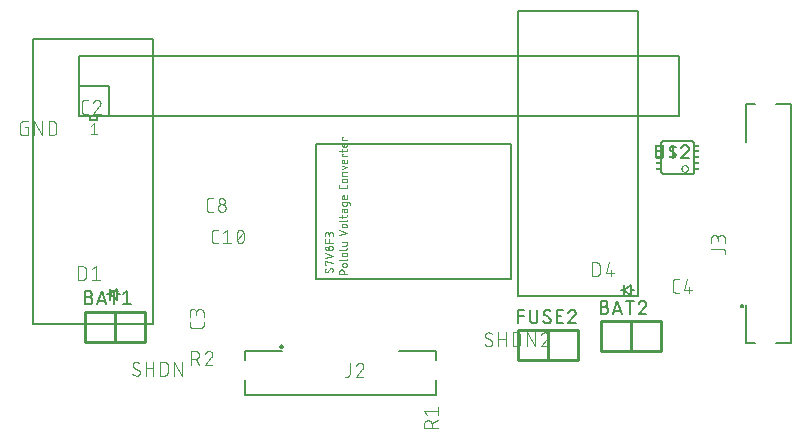
<source format=gbr>
G04 EAGLE Gerber RS-274X export*
G75*
%MOMM*%
%FSLAX34Y34*%
%LPD*%
%INSilkscreen Top*%
%IPPOS*%
%AMOC8*
5,1,8,0,0,1.08239X$1,22.5*%
G01*
%ADD10C,0.254000*%
%ADD11C,0.127000*%
%ADD12C,0.101600*%
%ADD13C,0.050800*%
%ADD14C,0.152400*%
%ADD15R,0.350000X0.250000*%


D10*
X622554Y353314D02*
X622554Y327914D01*
X673354Y327914D01*
X647954Y353314D02*
X622554Y353314D01*
X647954Y353314D02*
X673354Y353314D01*
X673354Y327914D01*
X647954Y327914D02*
X647954Y353314D01*
D11*
X625602Y365887D02*
X622427Y365887D01*
X625602Y365887D02*
X625713Y365885D01*
X625823Y365879D01*
X625934Y365870D01*
X626044Y365856D01*
X626153Y365839D01*
X626262Y365818D01*
X626370Y365793D01*
X626477Y365764D01*
X626583Y365732D01*
X626688Y365696D01*
X626791Y365656D01*
X626893Y365613D01*
X626994Y365566D01*
X627093Y365515D01*
X627190Y365462D01*
X627284Y365405D01*
X627377Y365344D01*
X627468Y365281D01*
X627557Y365214D01*
X627643Y365144D01*
X627726Y365071D01*
X627808Y364996D01*
X627886Y364918D01*
X627961Y364836D01*
X628034Y364753D01*
X628104Y364667D01*
X628171Y364578D01*
X628234Y364487D01*
X628295Y364394D01*
X628352Y364299D01*
X628405Y364203D01*
X628456Y364104D01*
X628503Y364003D01*
X628546Y363901D01*
X628586Y363798D01*
X628622Y363693D01*
X628654Y363587D01*
X628683Y363480D01*
X628708Y363372D01*
X628729Y363263D01*
X628746Y363154D01*
X628760Y363044D01*
X628769Y362933D01*
X628775Y362823D01*
X628777Y362712D01*
X628775Y362601D01*
X628769Y362491D01*
X628760Y362380D01*
X628746Y362270D01*
X628729Y362161D01*
X628708Y362052D01*
X628683Y361944D01*
X628654Y361837D01*
X628622Y361731D01*
X628586Y361626D01*
X628546Y361523D01*
X628503Y361421D01*
X628456Y361320D01*
X628405Y361221D01*
X628352Y361124D01*
X628295Y361030D01*
X628234Y360937D01*
X628171Y360846D01*
X628104Y360757D01*
X628034Y360671D01*
X627961Y360588D01*
X627886Y360506D01*
X627808Y360428D01*
X627726Y360353D01*
X627643Y360280D01*
X627557Y360210D01*
X627468Y360143D01*
X627377Y360080D01*
X627284Y360019D01*
X627190Y359962D01*
X627093Y359909D01*
X626994Y359858D01*
X626893Y359811D01*
X626791Y359768D01*
X626688Y359728D01*
X626583Y359692D01*
X626477Y359660D01*
X626370Y359631D01*
X626262Y359606D01*
X626153Y359585D01*
X626044Y359568D01*
X625934Y359554D01*
X625823Y359545D01*
X625713Y359539D01*
X625602Y359537D01*
X622427Y359537D01*
X622427Y370967D01*
X625602Y370967D01*
X625702Y370965D01*
X625801Y370959D01*
X625901Y370949D01*
X625999Y370936D01*
X626098Y370918D01*
X626195Y370897D01*
X626291Y370872D01*
X626387Y370843D01*
X626481Y370810D01*
X626574Y370774D01*
X626665Y370734D01*
X626755Y370690D01*
X626843Y370643D01*
X626929Y370593D01*
X627013Y370539D01*
X627095Y370482D01*
X627174Y370422D01*
X627252Y370358D01*
X627326Y370292D01*
X627398Y370223D01*
X627467Y370151D01*
X627533Y370077D01*
X627597Y369999D01*
X627657Y369920D01*
X627714Y369838D01*
X627768Y369754D01*
X627818Y369668D01*
X627865Y369580D01*
X627909Y369490D01*
X627949Y369399D01*
X627985Y369306D01*
X628018Y369212D01*
X628047Y369116D01*
X628072Y369020D01*
X628093Y368923D01*
X628111Y368824D01*
X628124Y368726D01*
X628134Y368626D01*
X628140Y368527D01*
X628142Y368427D01*
X628140Y368327D01*
X628134Y368228D01*
X628124Y368128D01*
X628111Y368030D01*
X628093Y367931D01*
X628072Y367834D01*
X628047Y367738D01*
X628018Y367642D01*
X627985Y367548D01*
X627949Y367455D01*
X627909Y367364D01*
X627865Y367274D01*
X627818Y367186D01*
X627768Y367100D01*
X627714Y367016D01*
X627657Y366934D01*
X627597Y366855D01*
X627533Y366777D01*
X627467Y366703D01*
X627398Y366631D01*
X627326Y366562D01*
X627252Y366496D01*
X627174Y366432D01*
X627095Y366372D01*
X627013Y366315D01*
X626929Y366261D01*
X626843Y366211D01*
X626755Y366164D01*
X626665Y366120D01*
X626574Y366080D01*
X626481Y366044D01*
X626387Y366011D01*
X626291Y365982D01*
X626195Y365957D01*
X626098Y365936D01*
X625999Y365918D01*
X625901Y365905D01*
X625801Y365895D01*
X625702Y365889D01*
X625602Y365887D01*
X632651Y359537D02*
X636461Y370967D01*
X640271Y359537D01*
X639318Y362395D02*
X633603Y362395D01*
X647129Y359537D02*
X647129Y370967D01*
X643954Y370967D02*
X650304Y370967D01*
X654622Y368427D02*
X657797Y370967D01*
X657797Y359537D01*
X654622Y359537D02*
X660972Y359537D01*
D10*
X1059180Y345186D02*
X1059180Y319786D01*
X1109980Y319786D01*
X1084580Y345186D02*
X1059180Y345186D01*
X1084580Y345186D02*
X1109980Y345186D01*
X1109980Y319786D01*
X1084580Y319786D02*
X1084580Y345186D01*
D11*
X1062228Y357759D02*
X1059053Y357759D01*
X1062228Y357759D02*
X1062339Y357757D01*
X1062449Y357751D01*
X1062560Y357742D01*
X1062670Y357728D01*
X1062779Y357711D01*
X1062888Y357690D01*
X1062996Y357665D01*
X1063103Y357636D01*
X1063209Y357604D01*
X1063314Y357568D01*
X1063417Y357528D01*
X1063519Y357485D01*
X1063620Y357438D01*
X1063719Y357387D01*
X1063816Y357334D01*
X1063910Y357277D01*
X1064003Y357216D01*
X1064094Y357153D01*
X1064183Y357086D01*
X1064269Y357016D01*
X1064352Y356943D01*
X1064434Y356868D01*
X1064512Y356790D01*
X1064587Y356708D01*
X1064660Y356625D01*
X1064730Y356539D01*
X1064797Y356450D01*
X1064860Y356359D01*
X1064921Y356266D01*
X1064978Y356171D01*
X1065031Y356075D01*
X1065082Y355976D01*
X1065129Y355875D01*
X1065172Y355773D01*
X1065212Y355670D01*
X1065248Y355565D01*
X1065280Y355459D01*
X1065309Y355352D01*
X1065334Y355244D01*
X1065355Y355135D01*
X1065372Y355026D01*
X1065386Y354916D01*
X1065395Y354805D01*
X1065401Y354695D01*
X1065403Y354584D01*
X1065401Y354473D01*
X1065395Y354363D01*
X1065386Y354252D01*
X1065372Y354142D01*
X1065355Y354033D01*
X1065334Y353924D01*
X1065309Y353816D01*
X1065280Y353709D01*
X1065248Y353603D01*
X1065212Y353498D01*
X1065172Y353395D01*
X1065129Y353293D01*
X1065082Y353192D01*
X1065031Y353093D01*
X1064978Y352996D01*
X1064921Y352902D01*
X1064860Y352809D01*
X1064797Y352718D01*
X1064730Y352629D01*
X1064660Y352543D01*
X1064587Y352460D01*
X1064512Y352378D01*
X1064434Y352300D01*
X1064352Y352225D01*
X1064269Y352152D01*
X1064183Y352082D01*
X1064094Y352015D01*
X1064003Y351952D01*
X1063910Y351891D01*
X1063816Y351834D01*
X1063719Y351781D01*
X1063620Y351730D01*
X1063519Y351683D01*
X1063417Y351640D01*
X1063314Y351600D01*
X1063209Y351564D01*
X1063103Y351532D01*
X1062996Y351503D01*
X1062888Y351478D01*
X1062779Y351457D01*
X1062670Y351440D01*
X1062560Y351426D01*
X1062449Y351417D01*
X1062339Y351411D01*
X1062228Y351409D01*
X1059053Y351409D01*
X1059053Y362839D01*
X1062228Y362839D01*
X1062328Y362837D01*
X1062427Y362831D01*
X1062527Y362821D01*
X1062625Y362808D01*
X1062724Y362790D01*
X1062821Y362769D01*
X1062917Y362744D01*
X1063013Y362715D01*
X1063107Y362682D01*
X1063200Y362646D01*
X1063291Y362606D01*
X1063381Y362562D01*
X1063469Y362515D01*
X1063555Y362465D01*
X1063639Y362411D01*
X1063721Y362354D01*
X1063800Y362294D01*
X1063878Y362230D01*
X1063952Y362164D01*
X1064024Y362095D01*
X1064093Y362023D01*
X1064159Y361949D01*
X1064223Y361871D01*
X1064283Y361792D01*
X1064340Y361710D01*
X1064394Y361626D01*
X1064444Y361540D01*
X1064491Y361452D01*
X1064535Y361362D01*
X1064575Y361271D01*
X1064611Y361178D01*
X1064644Y361084D01*
X1064673Y360988D01*
X1064698Y360892D01*
X1064719Y360795D01*
X1064737Y360696D01*
X1064750Y360598D01*
X1064760Y360498D01*
X1064766Y360399D01*
X1064768Y360299D01*
X1064766Y360199D01*
X1064760Y360100D01*
X1064750Y360000D01*
X1064737Y359902D01*
X1064719Y359803D01*
X1064698Y359706D01*
X1064673Y359610D01*
X1064644Y359514D01*
X1064611Y359420D01*
X1064575Y359327D01*
X1064535Y359236D01*
X1064491Y359146D01*
X1064444Y359058D01*
X1064394Y358972D01*
X1064340Y358888D01*
X1064283Y358806D01*
X1064223Y358727D01*
X1064159Y358649D01*
X1064093Y358575D01*
X1064024Y358503D01*
X1063952Y358434D01*
X1063878Y358368D01*
X1063800Y358304D01*
X1063721Y358244D01*
X1063639Y358187D01*
X1063555Y358133D01*
X1063469Y358083D01*
X1063381Y358036D01*
X1063291Y357992D01*
X1063200Y357952D01*
X1063107Y357916D01*
X1063013Y357883D01*
X1062917Y357854D01*
X1062821Y357829D01*
X1062724Y357808D01*
X1062625Y357790D01*
X1062527Y357777D01*
X1062427Y357767D01*
X1062328Y357761D01*
X1062228Y357759D01*
X1069277Y351409D02*
X1073087Y362839D01*
X1076897Y351409D01*
X1075944Y354267D02*
X1070229Y354267D01*
X1083755Y351409D02*
X1083755Y362839D01*
X1080580Y362839D02*
X1086930Y362839D01*
X1094740Y362840D02*
X1094844Y362838D01*
X1094949Y362832D01*
X1095053Y362823D01*
X1095156Y362810D01*
X1095259Y362792D01*
X1095361Y362772D01*
X1095463Y362747D01*
X1095563Y362719D01*
X1095663Y362687D01*
X1095761Y362651D01*
X1095858Y362612D01*
X1095953Y362570D01*
X1096047Y362524D01*
X1096139Y362474D01*
X1096229Y362422D01*
X1096317Y362366D01*
X1096403Y362306D01*
X1096487Y362244D01*
X1096568Y362179D01*
X1096647Y362111D01*
X1096724Y362039D01*
X1096797Y361966D01*
X1096869Y361889D01*
X1096937Y361810D01*
X1097002Y361729D01*
X1097064Y361645D01*
X1097124Y361559D01*
X1097180Y361471D01*
X1097232Y361381D01*
X1097282Y361289D01*
X1097328Y361195D01*
X1097370Y361100D01*
X1097409Y361003D01*
X1097445Y360905D01*
X1097477Y360805D01*
X1097505Y360705D01*
X1097530Y360603D01*
X1097550Y360501D01*
X1097568Y360398D01*
X1097581Y360295D01*
X1097590Y360191D01*
X1097596Y360086D01*
X1097598Y359982D01*
X1094740Y362839D02*
X1094622Y362837D01*
X1094503Y362831D01*
X1094385Y362822D01*
X1094268Y362809D01*
X1094151Y362791D01*
X1094034Y362771D01*
X1093918Y362746D01*
X1093803Y362718D01*
X1093690Y362685D01*
X1093577Y362650D01*
X1093465Y362610D01*
X1093355Y362568D01*
X1093246Y362521D01*
X1093138Y362471D01*
X1093033Y362418D01*
X1092929Y362361D01*
X1092827Y362301D01*
X1092727Y362238D01*
X1092629Y362171D01*
X1092533Y362102D01*
X1092440Y362029D01*
X1092349Y361953D01*
X1092260Y361875D01*
X1092174Y361793D01*
X1092091Y361709D01*
X1092010Y361623D01*
X1091933Y361533D01*
X1091858Y361442D01*
X1091786Y361348D01*
X1091717Y361251D01*
X1091652Y361153D01*
X1091589Y361052D01*
X1091530Y360949D01*
X1091474Y360845D01*
X1091422Y360739D01*
X1091373Y360631D01*
X1091328Y360522D01*
X1091286Y360411D01*
X1091248Y360299D01*
X1096645Y357760D02*
X1096721Y357835D01*
X1096796Y357914D01*
X1096867Y357995D01*
X1096936Y358079D01*
X1097001Y358165D01*
X1097063Y358253D01*
X1097123Y358343D01*
X1097179Y358435D01*
X1097232Y358530D01*
X1097281Y358626D01*
X1097327Y358724D01*
X1097370Y358823D01*
X1097409Y358924D01*
X1097444Y359026D01*
X1097476Y359129D01*
X1097504Y359233D01*
X1097529Y359338D01*
X1097550Y359445D01*
X1097567Y359551D01*
X1097580Y359658D01*
X1097589Y359766D01*
X1097595Y359874D01*
X1097597Y359982D01*
X1096645Y357759D02*
X1091248Y351409D01*
X1097598Y351409D01*
D12*
X734935Y411226D02*
X732338Y411226D01*
X732239Y411228D01*
X732139Y411234D01*
X732040Y411243D01*
X731942Y411256D01*
X731844Y411273D01*
X731746Y411294D01*
X731650Y411319D01*
X731555Y411347D01*
X731461Y411379D01*
X731368Y411414D01*
X731276Y411453D01*
X731186Y411496D01*
X731098Y411541D01*
X731011Y411591D01*
X730927Y411643D01*
X730844Y411699D01*
X730764Y411757D01*
X730686Y411819D01*
X730611Y411884D01*
X730538Y411952D01*
X730468Y412022D01*
X730400Y412095D01*
X730335Y412170D01*
X730273Y412248D01*
X730215Y412328D01*
X730159Y412411D01*
X730107Y412495D01*
X730057Y412582D01*
X730012Y412670D01*
X729969Y412760D01*
X729930Y412852D01*
X729895Y412945D01*
X729863Y413039D01*
X729835Y413134D01*
X729810Y413230D01*
X729789Y413328D01*
X729772Y413426D01*
X729759Y413524D01*
X729750Y413623D01*
X729744Y413723D01*
X729742Y413822D01*
X729742Y420314D01*
X729744Y420413D01*
X729750Y420513D01*
X729759Y420612D01*
X729772Y420710D01*
X729789Y420808D01*
X729810Y420906D01*
X729835Y421002D01*
X729863Y421097D01*
X729895Y421191D01*
X729930Y421284D01*
X729969Y421376D01*
X730012Y421466D01*
X730057Y421554D01*
X730107Y421641D01*
X730159Y421725D01*
X730215Y421808D01*
X730273Y421888D01*
X730335Y421966D01*
X730400Y422041D01*
X730468Y422114D01*
X730538Y422184D01*
X730611Y422252D01*
X730686Y422317D01*
X730764Y422379D01*
X730844Y422437D01*
X730927Y422493D01*
X731011Y422545D01*
X731098Y422595D01*
X731186Y422640D01*
X731276Y422683D01*
X731368Y422722D01*
X731460Y422757D01*
X731555Y422789D01*
X731650Y422817D01*
X731746Y422842D01*
X731844Y422863D01*
X731942Y422880D01*
X732040Y422893D01*
X732139Y422902D01*
X732239Y422908D01*
X732338Y422910D01*
X734935Y422910D01*
X739300Y420314D02*
X742546Y422910D01*
X742546Y411226D01*
X745791Y411226D02*
X739300Y411226D01*
X750731Y417068D02*
X750734Y417298D01*
X750742Y417528D01*
X750756Y417757D01*
X750775Y417986D01*
X750800Y418215D01*
X750830Y418442D01*
X750865Y418670D01*
X750906Y418896D01*
X750952Y419121D01*
X751004Y419345D01*
X751061Y419567D01*
X751123Y419789D01*
X751191Y420008D01*
X751264Y420226D01*
X751342Y420443D01*
X751425Y420657D01*
X751513Y420869D01*
X751606Y421079D01*
X751705Y421287D01*
X751704Y421287D02*
X751737Y421377D01*
X751773Y421466D01*
X751813Y421554D01*
X751857Y421639D01*
X751904Y421723D01*
X751954Y421805D01*
X752008Y421885D01*
X752064Y421962D01*
X752124Y422038D01*
X752187Y422111D01*
X752252Y422181D01*
X752321Y422249D01*
X752392Y422313D01*
X752465Y422375D01*
X752541Y422434D01*
X752619Y422490D01*
X752700Y422543D01*
X752782Y422592D01*
X752866Y422638D01*
X752953Y422681D01*
X753040Y422720D01*
X753130Y422756D01*
X753220Y422788D01*
X753312Y422816D01*
X753405Y422841D01*
X753499Y422862D01*
X753593Y422879D01*
X753688Y422893D01*
X753784Y422902D01*
X753880Y422908D01*
X753976Y422910D01*
X754072Y422908D01*
X754168Y422902D01*
X754264Y422893D01*
X754359Y422879D01*
X754453Y422862D01*
X754547Y422841D01*
X754640Y422816D01*
X754732Y422788D01*
X754822Y422756D01*
X754912Y422720D01*
X754999Y422681D01*
X755086Y422638D01*
X755170Y422592D01*
X755252Y422543D01*
X755333Y422490D01*
X755411Y422434D01*
X755487Y422375D01*
X755560Y422313D01*
X755631Y422249D01*
X755700Y422181D01*
X755765Y422111D01*
X755828Y422038D01*
X755888Y421962D01*
X755944Y421885D01*
X755998Y421805D01*
X756048Y421723D01*
X756095Y421639D01*
X756139Y421554D01*
X756179Y421466D01*
X756215Y421377D01*
X756248Y421287D01*
X756347Y421080D01*
X756440Y420870D01*
X756528Y420657D01*
X756611Y420443D01*
X756689Y420227D01*
X756762Y420009D01*
X756830Y419789D01*
X756892Y419568D01*
X756949Y419345D01*
X757001Y419121D01*
X757047Y418896D01*
X757088Y418670D01*
X757123Y418443D01*
X757153Y418215D01*
X757178Y417986D01*
X757197Y417757D01*
X757211Y417528D01*
X757219Y417298D01*
X757222Y417068D01*
X750730Y417068D02*
X750733Y416838D01*
X750741Y416608D01*
X750755Y416379D01*
X750774Y416150D01*
X750799Y415921D01*
X750829Y415693D01*
X750864Y415466D01*
X750905Y415240D01*
X750951Y415015D01*
X751003Y414791D01*
X751060Y414568D01*
X751122Y414347D01*
X751190Y414127D01*
X751263Y413909D01*
X751341Y413693D01*
X751424Y413479D01*
X751512Y413267D01*
X751605Y413056D01*
X751704Y412849D01*
X751737Y412759D01*
X751773Y412670D01*
X751814Y412582D01*
X751857Y412497D01*
X751904Y412413D01*
X751954Y412331D01*
X752008Y412251D01*
X752064Y412174D01*
X752124Y412098D01*
X752187Y412025D01*
X752252Y411955D01*
X752321Y411887D01*
X752392Y411823D01*
X752465Y411761D01*
X752541Y411702D01*
X752619Y411646D01*
X752700Y411593D01*
X752782Y411544D01*
X752866Y411498D01*
X752953Y411455D01*
X753040Y411416D01*
X753130Y411380D01*
X753220Y411348D01*
X753312Y411320D01*
X753405Y411295D01*
X753499Y411274D01*
X753593Y411257D01*
X753688Y411243D01*
X753784Y411234D01*
X753880Y411228D01*
X753976Y411226D01*
X756248Y412849D02*
X756347Y413056D01*
X756440Y413267D01*
X756528Y413479D01*
X756611Y413693D01*
X756689Y413909D01*
X756762Y414127D01*
X756830Y414347D01*
X756892Y414568D01*
X756949Y414791D01*
X757001Y415015D01*
X757047Y415240D01*
X757088Y415466D01*
X757123Y415693D01*
X757153Y415921D01*
X757178Y416150D01*
X757197Y416379D01*
X757211Y416608D01*
X757219Y416838D01*
X757222Y417068D01*
X756248Y412849D02*
X756215Y412759D01*
X756179Y412670D01*
X756139Y412582D01*
X756095Y412497D01*
X756048Y412413D01*
X755998Y412331D01*
X755944Y412251D01*
X755888Y412174D01*
X755828Y412098D01*
X755765Y412025D01*
X755700Y411955D01*
X755631Y411887D01*
X755560Y411823D01*
X755487Y411761D01*
X755411Y411702D01*
X755333Y411646D01*
X755252Y411593D01*
X755170Y411544D01*
X755086Y411498D01*
X754999Y411455D01*
X754912Y411416D01*
X754822Y411380D01*
X754732Y411348D01*
X754640Y411320D01*
X754547Y411295D01*
X754453Y411274D01*
X754359Y411257D01*
X754264Y411243D01*
X754168Y411234D01*
X754072Y411228D01*
X753976Y411226D01*
X751379Y413822D02*
X756572Y420314D01*
X624699Y520954D02*
X622102Y520954D01*
X622003Y520956D01*
X621903Y520962D01*
X621804Y520971D01*
X621706Y520984D01*
X621608Y521001D01*
X621510Y521022D01*
X621414Y521047D01*
X621319Y521075D01*
X621225Y521107D01*
X621132Y521142D01*
X621040Y521181D01*
X620950Y521224D01*
X620862Y521269D01*
X620775Y521319D01*
X620691Y521371D01*
X620608Y521427D01*
X620528Y521485D01*
X620450Y521547D01*
X620375Y521612D01*
X620302Y521680D01*
X620232Y521750D01*
X620164Y521823D01*
X620099Y521898D01*
X620037Y521976D01*
X619979Y522056D01*
X619923Y522139D01*
X619871Y522223D01*
X619821Y522310D01*
X619776Y522398D01*
X619733Y522488D01*
X619694Y522580D01*
X619659Y522673D01*
X619627Y522767D01*
X619599Y522862D01*
X619574Y522958D01*
X619553Y523056D01*
X619536Y523154D01*
X619523Y523252D01*
X619514Y523351D01*
X619508Y523451D01*
X619506Y523550D01*
X619506Y530042D01*
X619508Y530141D01*
X619514Y530241D01*
X619523Y530340D01*
X619536Y530438D01*
X619553Y530536D01*
X619574Y530634D01*
X619599Y530730D01*
X619627Y530825D01*
X619659Y530919D01*
X619694Y531012D01*
X619733Y531104D01*
X619776Y531194D01*
X619821Y531282D01*
X619871Y531369D01*
X619923Y531453D01*
X619979Y531536D01*
X620037Y531616D01*
X620099Y531694D01*
X620164Y531769D01*
X620232Y531842D01*
X620302Y531912D01*
X620375Y531980D01*
X620450Y532045D01*
X620528Y532107D01*
X620608Y532165D01*
X620691Y532221D01*
X620775Y532273D01*
X620862Y532323D01*
X620950Y532368D01*
X621040Y532411D01*
X621132Y532450D01*
X621224Y532485D01*
X621319Y532517D01*
X621414Y532545D01*
X621510Y532570D01*
X621608Y532591D01*
X621706Y532608D01*
X621804Y532621D01*
X621903Y532630D01*
X622003Y532636D01*
X622102Y532638D01*
X624699Y532638D01*
X632634Y532638D02*
X632741Y532636D01*
X632847Y532630D01*
X632953Y532620D01*
X633059Y532607D01*
X633165Y532589D01*
X633269Y532568D01*
X633373Y532543D01*
X633476Y532514D01*
X633577Y532482D01*
X633677Y532445D01*
X633776Y532405D01*
X633874Y532362D01*
X633970Y532315D01*
X634064Y532264D01*
X634156Y532210D01*
X634246Y532153D01*
X634334Y532093D01*
X634419Y532029D01*
X634502Y531962D01*
X634583Y531892D01*
X634661Y531820D01*
X634737Y531744D01*
X634809Y531666D01*
X634879Y531585D01*
X634946Y531502D01*
X635010Y531417D01*
X635070Y531329D01*
X635127Y531239D01*
X635181Y531147D01*
X635232Y531053D01*
X635279Y530957D01*
X635322Y530859D01*
X635362Y530760D01*
X635399Y530660D01*
X635431Y530559D01*
X635460Y530456D01*
X635485Y530352D01*
X635506Y530248D01*
X635524Y530142D01*
X635537Y530036D01*
X635547Y529930D01*
X635553Y529824D01*
X635555Y529717D01*
X632634Y532638D02*
X632513Y532636D01*
X632392Y532630D01*
X632272Y532620D01*
X632151Y532607D01*
X632032Y532589D01*
X631912Y532568D01*
X631794Y532543D01*
X631677Y532514D01*
X631560Y532481D01*
X631445Y532445D01*
X631331Y532404D01*
X631218Y532361D01*
X631106Y532313D01*
X630997Y532262D01*
X630889Y532207D01*
X630782Y532149D01*
X630678Y532088D01*
X630576Y532023D01*
X630476Y531955D01*
X630378Y531884D01*
X630282Y531810D01*
X630189Y531733D01*
X630099Y531652D01*
X630011Y531569D01*
X629926Y531483D01*
X629843Y531394D01*
X629764Y531303D01*
X629687Y531209D01*
X629614Y531113D01*
X629544Y531015D01*
X629477Y530914D01*
X629413Y530811D01*
X629353Y530706D01*
X629296Y530599D01*
X629242Y530491D01*
X629192Y530381D01*
X629146Y530269D01*
X629103Y530156D01*
X629064Y530041D01*
X634582Y527445D02*
X634661Y527522D01*
X634737Y527603D01*
X634810Y527686D01*
X634880Y527771D01*
X634947Y527859D01*
X635011Y527949D01*
X635071Y528041D01*
X635128Y528136D01*
X635182Y528232D01*
X635233Y528330D01*
X635280Y528430D01*
X635324Y528532D01*
X635364Y528635D01*
X635400Y528739D01*
X635432Y528845D01*
X635461Y528951D01*
X635486Y529059D01*
X635508Y529167D01*
X635525Y529277D01*
X635539Y529386D01*
X635548Y529496D01*
X635554Y529607D01*
X635556Y529717D01*
X634582Y527445D02*
X629064Y520954D01*
X635555Y520954D01*
X722884Y344791D02*
X722884Y342194D01*
X722882Y342095D01*
X722876Y341995D01*
X722867Y341896D01*
X722854Y341798D01*
X722837Y341700D01*
X722816Y341602D01*
X722791Y341506D01*
X722763Y341411D01*
X722731Y341317D01*
X722696Y341224D01*
X722657Y341132D01*
X722614Y341042D01*
X722569Y340954D01*
X722519Y340867D01*
X722467Y340783D01*
X722411Y340700D01*
X722353Y340620D01*
X722291Y340542D01*
X722226Y340467D01*
X722158Y340394D01*
X722088Y340324D01*
X722015Y340256D01*
X721940Y340191D01*
X721862Y340129D01*
X721782Y340071D01*
X721699Y340015D01*
X721615Y339963D01*
X721528Y339913D01*
X721440Y339868D01*
X721350Y339825D01*
X721258Y339786D01*
X721165Y339751D01*
X721071Y339719D01*
X720976Y339691D01*
X720880Y339666D01*
X720782Y339645D01*
X720684Y339628D01*
X720586Y339615D01*
X720487Y339606D01*
X720387Y339600D01*
X720288Y339598D01*
X713796Y339598D01*
X713697Y339600D01*
X713597Y339606D01*
X713498Y339615D01*
X713400Y339628D01*
X713302Y339646D01*
X713204Y339666D01*
X713108Y339691D01*
X713012Y339719D01*
X712918Y339751D01*
X712825Y339786D01*
X712734Y339825D01*
X712644Y339868D01*
X712555Y339913D01*
X712469Y339963D01*
X712384Y340015D01*
X712302Y340071D01*
X712222Y340130D01*
X712144Y340191D01*
X712068Y340256D01*
X711995Y340324D01*
X711925Y340394D01*
X711857Y340467D01*
X711792Y340543D01*
X711731Y340621D01*
X711672Y340701D01*
X711616Y340783D01*
X711564Y340868D01*
X711515Y340954D01*
X711469Y341043D01*
X711426Y341133D01*
X711387Y341224D01*
X711352Y341317D01*
X711320Y341411D01*
X711292Y341507D01*
X711267Y341603D01*
X711247Y341701D01*
X711229Y341799D01*
X711216Y341897D01*
X711207Y341996D01*
X711201Y342095D01*
X711199Y342195D01*
X711200Y342194D02*
X711200Y344791D01*
X722884Y349156D02*
X722884Y352402D01*
X722882Y352515D01*
X722876Y352628D01*
X722866Y352741D01*
X722852Y352854D01*
X722835Y352966D01*
X722813Y353077D01*
X722788Y353187D01*
X722758Y353297D01*
X722725Y353405D01*
X722688Y353512D01*
X722648Y353618D01*
X722603Y353722D01*
X722555Y353825D01*
X722504Y353926D01*
X722449Y354025D01*
X722391Y354122D01*
X722329Y354217D01*
X722264Y354310D01*
X722196Y354400D01*
X722125Y354488D01*
X722050Y354574D01*
X721973Y354657D01*
X721893Y354737D01*
X721810Y354814D01*
X721724Y354889D01*
X721636Y354960D01*
X721546Y355028D01*
X721453Y355093D01*
X721358Y355155D01*
X721261Y355213D01*
X721162Y355268D01*
X721061Y355319D01*
X720958Y355367D01*
X720854Y355412D01*
X720748Y355452D01*
X720641Y355489D01*
X720533Y355522D01*
X720423Y355552D01*
X720313Y355577D01*
X720202Y355599D01*
X720090Y355616D01*
X719977Y355630D01*
X719864Y355640D01*
X719751Y355646D01*
X719638Y355648D01*
X719525Y355646D01*
X719412Y355640D01*
X719299Y355630D01*
X719186Y355616D01*
X719074Y355599D01*
X718963Y355577D01*
X718853Y355552D01*
X718743Y355522D01*
X718635Y355489D01*
X718528Y355452D01*
X718422Y355412D01*
X718318Y355367D01*
X718215Y355319D01*
X718114Y355268D01*
X718015Y355213D01*
X717918Y355155D01*
X717823Y355093D01*
X717730Y355028D01*
X717640Y354960D01*
X717552Y354889D01*
X717466Y354814D01*
X717383Y354737D01*
X717303Y354657D01*
X717226Y354574D01*
X717151Y354488D01*
X717080Y354400D01*
X717012Y354310D01*
X716947Y354217D01*
X716885Y354122D01*
X716827Y354025D01*
X716772Y353926D01*
X716721Y353825D01*
X716673Y353722D01*
X716628Y353618D01*
X716588Y353512D01*
X716551Y353405D01*
X716518Y353297D01*
X716488Y353187D01*
X716463Y353077D01*
X716441Y352966D01*
X716424Y352854D01*
X716410Y352741D01*
X716400Y352628D01*
X716394Y352515D01*
X716392Y352402D01*
X711200Y353051D02*
X711200Y349156D01*
X711200Y353051D02*
X711202Y353152D01*
X711208Y353252D01*
X711218Y353352D01*
X711231Y353452D01*
X711249Y353551D01*
X711270Y353650D01*
X711295Y353747D01*
X711324Y353844D01*
X711357Y353939D01*
X711393Y354033D01*
X711433Y354125D01*
X711476Y354216D01*
X711523Y354305D01*
X711573Y354392D01*
X711627Y354478D01*
X711684Y354561D01*
X711744Y354641D01*
X711807Y354720D01*
X711874Y354796D01*
X711943Y354869D01*
X712015Y354939D01*
X712089Y355007D01*
X712166Y355072D01*
X712246Y355133D01*
X712328Y355192D01*
X712412Y355247D01*
X712498Y355299D01*
X712586Y355348D01*
X712676Y355393D01*
X712768Y355435D01*
X712861Y355473D01*
X712956Y355507D01*
X713051Y355538D01*
X713148Y355565D01*
X713246Y355588D01*
X713345Y355608D01*
X713445Y355623D01*
X713545Y355635D01*
X713645Y355643D01*
X713746Y355647D01*
X713846Y355647D01*
X713947Y355643D01*
X714047Y355635D01*
X714147Y355623D01*
X714247Y355608D01*
X714346Y355588D01*
X714444Y355565D01*
X714541Y355538D01*
X714636Y355507D01*
X714731Y355473D01*
X714824Y355435D01*
X714916Y355393D01*
X715006Y355348D01*
X715094Y355299D01*
X715180Y355247D01*
X715264Y355192D01*
X715346Y355133D01*
X715426Y355072D01*
X715503Y355007D01*
X715577Y354939D01*
X715649Y354869D01*
X715718Y354796D01*
X715785Y354720D01*
X715848Y354641D01*
X715908Y354561D01*
X715965Y354478D01*
X716019Y354392D01*
X716069Y354305D01*
X716116Y354216D01*
X716159Y354125D01*
X716199Y354033D01*
X716235Y353939D01*
X716268Y353844D01*
X716297Y353747D01*
X716322Y353650D01*
X716343Y353551D01*
X716361Y353452D01*
X716374Y353352D01*
X716384Y353252D01*
X716390Y353152D01*
X716392Y353051D01*
X716393Y353051D02*
X716393Y350454D01*
X1122482Y369570D02*
X1125079Y369570D01*
X1122482Y369570D02*
X1122383Y369572D01*
X1122283Y369578D01*
X1122184Y369587D01*
X1122086Y369600D01*
X1121988Y369617D01*
X1121890Y369638D01*
X1121794Y369663D01*
X1121699Y369691D01*
X1121605Y369723D01*
X1121512Y369758D01*
X1121420Y369797D01*
X1121330Y369840D01*
X1121242Y369885D01*
X1121155Y369935D01*
X1121071Y369987D01*
X1120988Y370043D01*
X1120908Y370101D01*
X1120830Y370163D01*
X1120755Y370228D01*
X1120682Y370296D01*
X1120612Y370366D01*
X1120544Y370439D01*
X1120479Y370514D01*
X1120417Y370592D01*
X1120359Y370672D01*
X1120303Y370755D01*
X1120251Y370839D01*
X1120201Y370926D01*
X1120156Y371014D01*
X1120113Y371104D01*
X1120074Y371196D01*
X1120039Y371289D01*
X1120007Y371383D01*
X1119979Y371478D01*
X1119954Y371574D01*
X1119933Y371672D01*
X1119916Y371770D01*
X1119903Y371868D01*
X1119894Y371967D01*
X1119888Y372067D01*
X1119886Y372166D01*
X1119886Y378658D01*
X1119888Y378757D01*
X1119894Y378857D01*
X1119903Y378956D01*
X1119916Y379054D01*
X1119933Y379152D01*
X1119954Y379250D01*
X1119979Y379346D01*
X1120007Y379441D01*
X1120039Y379535D01*
X1120074Y379628D01*
X1120113Y379720D01*
X1120156Y379810D01*
X1120201Y379898D01*
X1120251Y379985D01*
X1120303Y380069D01*
X1120359Y380152D01*
X1120417Y380232D01*
X1120479Y380310D01*
X1120544Y380385D01*
X1120612Y380458D01*
X1120682Y380528D01*
X1120755Y380596D01*
X1120830Y380661D01*
X1120908Y380723D01*
X1120988Y380781D01*
X1121071Y380837D01*
X1121155Y380889D01*
X1121242Y380939D01*
X1121330Y380984D01*
X1121420Y381027D01*
X1121512Y381066D01*
X1121604Y381101D01*
X1121699Y381133D01*
X1121794Y381161D01*
X1121890Y381186D01*
X1121988Y381207D01*
X1122086Y381224D01*
X1122184Y381237D01*
X1122283Y381246D01*
X1122383Y381252D01*
X1122482Y381254D01*
X1125079Y381254D01*
X1132041Y381254D02*
X1129444Y372166D01*
X1135935Y372166D01*
X1133988Y374763D02*
X1133988Y369570D01*
X730617Y437896D02*
X728020Y437896D01*
X727921Y437898D01*
X727821Y437904D01*
X727722Y437913D01*
X727624Y437926D01*
X727526Y437943D01*
X727428Y437964D01*
X727332Y437989D01*
X727237Y438017D01*
X727143Y438049D01*
X727050Y438084D01*
X726958Y438123D01*
X726868Y438166D01*
X726780Y438211D01*
X726693Y438261D01*
X726609Y438313D01*
X726526Y438369D01*
X726446Y438427D01*
X726368Y438489D01*
X726293Y438554D01*
X726220Y438622D01*
X726150Y438692D01*
X726082Y438765D01*
X726017Y438840D01*
X725955Y438918D01*
X725897Y438998D01*
X725841Y439081D01*
X725789Y439165D01*
X725739Y439252D01*
X725694Y439340D01*
X725651Y439430D01*
X725612Y439522D01*
X725577Y439615D01*
X725545Y439709D01*
X725517Y439804D01*
X725492Y439900D01*
X725471Y439998D01*
X725454Y440096D01*
X725441Y440194D01*
X725432Y440293D01*
X725426Y440393D01*
X725424Y440492D01*
X725424Y446984D01*
X725426Y447083D01*
X725432Y447183D01*
X725441Y447282D01*
X725454Y447380D01*
X725471Y447478D01*
X725492Y447576D01*
X725517Y447672D01*
X725545Y447767D01*
X725577Y447861D01*
X725612Y447954D01*
X725651Y448046D01*
X725694Y448136D01*
X725739Y448224D01*
X725789Y448311D01*
X725841Y448395D01*
X725897Y448478D01*
X725955Y448558D01*
X726017Y448636D01*
X726082Y448711D01*
X726150Y448784D01*
X726220Y448854D01*
X726293Y448922D01*
X726368Y448987D01*
X726446Y449049D01*
X726526Y449107D01*
X726609Y449163D01*
X726693Y449215D01*
X726780Y449265D01*
X726868Y449310D01*
X726958Y449353D01*
X727050Y449392D01*
X727142Y449427D01*
X727237Y449459D01*
X727332Y449487D01*
X727428Y449512D01*
X727526Y449533D01*
X727624Y449550D01*
X727722Y449563D01*
X727821Y449572D01*
X727921Y449578D01*
X728020Y449580D01*
X730617Y449580D01*
X734982Y441142D02*
X734984Y441255D01*
X734990Y441368D01*
X735000Y441481D01*
X735014Y441594D01*
X735031Y441706D01*
X735053Y441817D01*
X735078Y441927D01*
X735108Y442037D01*
X735141Y442145D01*
X735178Y442252D01*
X735218Y442358D01*
X735263Y442462D01*
X735311Y442565D01*
X735362Y442666D01*
X735417Y442765D01*
X735475Y442862D01*
X735537Y442957D01*
X735602Y443050D01*
X735670Y443140D01*
X735741Y443228D01*
X735816Y443314D01*
X735893Y443397D01*
X735973Y443477D01*
X736056Y443554D01*
X736142Y443629D01*
X736230Y443700D01*
X736320Y443768D01*
X736413Y443833D01*
X736508Y443895D01*
X736605Y443953D01*
X736704Y444008D01*
X736805Y444059D01*
X736908Y444107D01*
X737012Y444152D01*
X737118Y444192D01*
X737225Y444229D01*
X737333Y444262D01*
X737443Y444292D01*
X737553Y444317D01*
X737664Y444339D01*
X737776Y444356D01*
X737889Y444370D01*
X738002Y444380D01*
X738115Y444386D01*
X738228Y444388D01*
X738341Y444386D01*
X738454Y444380D01*
X738567Y444370D01*
X738680Y444356D01*
X738792Y444339D01*
X738903Y444317D01*
X739013Y444292D01*
X739123Y444262D01*
X739231Y444229D01*
X739338Y444192D01*
X739444Y444152D01*
X739548Y444107D01*
X739651Y444059D01*
X739752Y444008D01*
X739851Y443953D01*
X739948Y443895D01*
X740043Y443833D01*
X740136Y443768D01*
X740226Y443700D01*
X740314Y443629D01*
X740400Y443554D01*
X740483Y443477D01*
X740563Y443397D01*
X740640Y443314D01*
X740715Y443228D01*
X740786Y443140D01*
X740854Y443050D01*
X740919Y442957D01*
X740981Y442862D01*
X741039Y442765D01*
X741094Y442666D01*
X741145Y442565D01*
X741193Y442462D01*
X741238Y442358D01*
X741278Y442252D01*
X741315Y442145D01*
X741348Y442037D01*
X741378Y441927D01*
X741403Y441817D01*
X741425Y441706D01*
X741442Y441594D01*
X741456Y441481D01*
X741466Y441368D01*
X741472Y441255D01*
X741474Y441142D01*
X741472Y441029D01*
X741466Y440916D01*
X741456Y440803D01*
X741442Y440690D01*
X741425Y440578D01*
X741403Y440467D01*
X741378Y440357D01*
X741348Y440247D01*
X741315Y440139D01*
X741278Y440032D01*
X741238Y439926D01*
X741193Y439822D01*
X741145Y439719D01*
X741094Y439618D01*
X741039Y439519D01*
X740981Y439422D01*
X740919Y439327D01*
X740854Y439234D01*
X740786Y439144D01*
X740715Y439056D01*
X740640Y438970D01*
X740563Y438887D01*
X740483Y438807D01*
X740400Y438730D01*
X740314Y438655D01*
X740226Y438584D01*
X740136Y438516D01*
X740043Y438451D01*
X739948Y438389D01*
X739851Y438331D01*
X739752Y438276D01*
X739651Y438225D01*
X739548Y438177D01*
X739444Y438132D01*
X739338Y438092D01*
X739231Y438055D01*
X739123Y438022D01*
X739013Y437992D01*
X738903Y437967D01*
X738792Y437945D01*
X738680Y437928D01*
X738567Y437914D01*
X738454Y437904D01*
X738341Y437898D01*
X738228Y437896D01*
X738115Y437898D01*
X738002Y437904D01*
X737889Y437914D01*
X737776Y437928D01*
X737664Y437945D01*
X737553Y437967D01*
X737443Y437992D01*
X737333Y438022D01*
X737225Y438055D01*
X737118Y438092D01*
X737012Y438132D01*
X736908Y438177D01*
X736805Y438225D01*
X736704Y438276D01*
X736605Y438331D01*
X736508Y438389D01*
X736413Y438451D01*
X736320Y438516D01*
X736230Y438584D01*
X736142Y438655D01*
X736056Y438730D01*
X735973Y438807D01*
X735893Y438887D01*
X735816Y438970D01*
X735741Y439056D01*
X735670Y439144D01*
X735602Y439234D01*
X735537Y439327D01*
X735475Y439422D01*
X735417Y439519D01*
X735362Y439618D01*
X735311Y439719D01*
X735263Y439822D01*
X735218Y439926D01*
X735178Y440032D01*
X735141Y440139D01*
X735108Y440247D01*
X735078Y440357D01*
X735053Y440467D01*
X735031Y440578D01*
X735014Y440690D01*
X735000Y440803D01*
X734990Y440916D01*
X734984Y441029D01*
X734982Y441142D01*
X735632Y446984D02*
X735634Y447085D01*
X735640Y447185D01*
X735650Y447285D01*
X735663Y447385D01*
X735681Y447484D01*
X735702Y447583D01*
X735727Y447680D01*
X735756Y447777D01*
X735789Y447872D01*
X735825Y447966D01*
X735865Y448058D01*
X735908Y448149D01*
X735955Y448238D01*
X736005Y448325D01*
X736059Y448411D01*
X736116Y448494D01*
X736176Y448574D01*
X736239Y448653D01*
X736306Y448729D01*
X736375Y448802D01*
X736447Y448872D01*
X736521Y448940D01*
X736598Y449005D01*
X736678Y449066D01*
X736760Y449125D01*
X736844Y449180D01*
X736930Y449232D01*
X737018Y449281D01*
X737108Y449326D01*
X737200Y449368D01*
X737293Y449406D01*
X737388Y449440D01*
X737483Y449471D01*
X737580Y449498D01*
X737678Y449521D01*
X737777Y449541D01*
X737877Y449556D01*
X737977Y449568D01*
X738077Y449576D01*
X738178Y449580D01*
X738278Y449580D01*
X738379Y449576D01*
X738479Y449568D01*
X738579Y449556D01*
X738679Y449541D01*
X738778Y449521D01*
X738876Y449498D01*
X738973Y449471D01*
X739068Y449440D01*
X739163Y449406D01*
X739256Y449368D01*
X739348Y449326D01*
X739438Y449281D01*
X739526Y449232D01*
X739612Y449180D01*
X739696Y449125D01*
X739778Y449066D01*
X739858Y449005D01*
X739935Y448940D01*
X740009Y448872D01*
X740081Y448802D01*
X740150Y448729D01*
X740217Y448653D01*
X740280Y448574D01*
X740340Y448494D01*
X740397Y448411D01*
X740451Y448325D01*
X740501Y448238D01*
X740548Y448149D01*
X740591Y448058D01*
X740631Y447966D01*
X740667Y447872D01*
X740700Y447777D01*
X740729Y447680D01*
X740754Y447583D01*
X740775Y447484D01*
X740793Y447385D01*
X740806Y447285D01*
X740816Y447185D01*
X740822Y447085D01*
X740824Y446984D01*
X740822Y446883D01*
X740816Y446783D01*
X740806Y446683D01*
X740793Y446583D01*
X740775Y446484D01*
X740754Y446385D01*
X740729Y446288D01*
X740700Y446191D01*
X740667Y446096D01*
X740631Y446002D01*
X740591Y445910D01*
X740548Y445819D01*
X740501Y445730D01*
X740451Y445643D01*
X740397Y445557D01*
X740340Y445474D01*
X740280Y445394D01*
X740217Y445315D01*
X740150Y445239D01*
X740081Y445166D01*
X740009Y445096D01*
X739935Y445028D01*
X739858Y444963D01*
X739778Y444902D01*
X739696Y444843D01*
X739612Y444788D01*
X739526Y444736D01*
X739438Y444687D01*
X739348Y444642D01*
X739256Y444600D01*
X739163Y444562D01*
X739068Y444528D01*
X738973Y444497D01*
X738876Y444470D01*
X738778Y444447D01*
X738679Y444427D01*
X738579Y444412D01*
X738479Y444400D01*
X738379Y444392D01*
X738278Y444388D01*
X738178Y444388D01*
X738077Y444392D01*
X737977Y444400D01*
X737877Y444412D01*
X737777Y444427D01*
X737678Y444447D01*
X737580Y444470D01*
X737483Y444497D01*
X737388Y444528D01*
X737293Y444562D01*
X737200Y444600D01*
X737108Y444642D01*
X737018Y444687D01*
X736930Y444736D01*
X736844Y444788D01*
X736760Y444843D01*
X736678Y444902D01*
X736598Y444963D01*
X736521Y445028D01*
X736447Y445096D01*
X736375Y445166D01*
X736306Y445239D01*
X736239Y445315D01*
X736176Y445394D01*
X736116Y445474D01*
X736059Y445557D01*
X736005Y445643D01*
X735955Y445730D01*
X735908Y445819D01*
X735865Y445910D01*
X735825Y446002D01*
X735789Y446096D01*
X735756Y446191D01*
X735727Y446288D01*
X735702Y446385D01*
X735681Y446484D01*
X735663Y446583D01*
X735650Y446683D01*
X735640Y446783D01*
X735634Y446883D01*
X735632Y446984D01*
D11*
X649859Y363537D02*
X643509Y368300D01*
X649859Y368300D02*
X649859Y363537D01*
X649859Y368300D02*
X649859Y373063D01*
X643509Y368300D01*
X643509Y363537D01*
X643509Y368300D02*
X643509Y373063D01*
X649859Y368300D02*
X652297Y368300D01*
X643509Y368300D02*
X641071Y368300D01*
D12*
X616712Y380238D02*
X616712Y391922D01*
X619958Y391922D01*
X620071Y391920D01*
X620184Y391914D01*
X620297Y391904D01*
X620410Y391890D01*
X620522Y391873D01*
X620633Y391851D01*
X620743Y391826D01*
X620853Y391796D01*
X620961Y391763D01*
X621068Y391726D01*
X621174Y391686D01*
X621278Y391641D01*
X621381Y391593D01*
X621482Y391542D01*
X621581Y391487D01*
X621678Y391429D01*
X621773Y391367D01*
X621866Y391302D01*
X621956Y391234D01*
X622044Y391163D01*
X622130Y391088D01*
X622213Y391011D01*
X622293Y390931D01*
X622370Y390848D01*
X622445Y390762D01*
X622516Y390674D01*
X622584Y390584D01*
X622649Y390491D01*
X622711Y390396D01*
X622769Y390299D01*
X622824Y390200D01*
X622875Y390099D01*
X622923Y389996D01*
X622968Y389892D01*
X623008Y389786D01*
X623045Y389679D01*
X623078Y389571D01*
X623108Y389461D01*
X623133Y389351D01*
X623155Y389240D01*
X623172Y389128D01*
X623186Y389015D01*
X623196Y388902D01*
X623202Y388789D01*
X623204Y388676D01*
X623203Y388676D02*
X623203Y383484D01*
X623204Y383484D02*
X623202Y383371D01*
X623196Y383258D01*
X623186Y383145D01*
X623172Y383032D01*
X623155Y382920D01*
X623133Y382809D01*
X623108Y382699D01*
X623078Y382589D01*
X623045Y382481D01*
X623008Y382374D01*
X622968Y382268D01*
X622923Y382164D01*
X622875Y382061D01*
X622824Y381960D01*
X622769Y381861D01*
X622711Y381764D01*
X622649Y381669D01*
X622584Y381576D01*
X622516Y381486D01*
X622445Y381398D01*
X622370Y381312D01*
X622293Y381229D01*
X622213Y381149D01*
X622130Y381072D01*
X622044Y380997D01*
X621956Y380926D01*
X621866Y380858D01*
X621773Y380793D01*
X621678Y380731D01*
X621581Y380673D01*
X621482Y380618D01*
X621381Y380567D01*
X621278Y380519D01*
X621174Y380474D01*
X621068Y380434D01*
X620961Y380397D01*
X620853Y380364D01*
X620743Y380334D01*
X620633Y380309D01*
X620522Y380287D01*
X620410Y380270D01*
X620297Y380256D01*
X620184Y380246D01*
X620071Y380240D01*
X619958Y380238D01*
X616712Y380238D01*
X628523Y389326D02*
X631769Y391922D01*
X631769Y380238D01*
X635014Y380238D02*
X628523Y380238D01*
D11*
X1078611Y371602D02*
X1084961Y366839D01*
X1084961Y371602D01*
X1084961Y376365D01*
X1078611Y371602D01*
X1078611Y366839D01*
X1078611Y371602D02*
X1078611Y376365D01*
X1084961Y371602D02*
X1087399Y371602D01*
X1078611Y371602D02*
X1076173Y371602D01*
D12*
X1051814Y383540D02*
X1051814Y395224D01*
X1055060Y395224D01*
X1055173Y395222D01*
X1055286Y395216D01*
X1055399Y395206D01*
X1055512Y395192D01*
X1055624Y395175D01*
X1055735Y395153D01*
X1055845Y395128D01*
X1055955Y395098D01*
X1056063Y395065D01*
X1056170Y395028D01*
X1056276Y394988D01*
X1056380Y394943D01*
X1056483Y394895D01*
X1056584Y394844D01*
X1056683Y394789D01*
X1056780Y394731D01*
X1056875Y394669D01*
X1056968Y394604D01*
X1057058Y394536D01*
X1057146Y394465D01*
X1057232Y394390D01*
X1057315Y394313D01*
X1057395Y394233D01*
X1057472Y394150D01*
X1057547Y394064D01*
X1057618Y393976D01*
X1057686Y393886D01*
X1057751Y393793D01*
X1057813Y393698D01*
X1057871Y393601D01*
X1057926Y393502D01*
X1057977Y393401D01*
X1058025Y393298D01*
X1058070Y393194D01*
X1058110Y393088D01*
X1058147Y392981D01*
X1058180Y392873D01*
X1058210Y392763D01*
X1058235Y392653D01*
X1058257Y392542D01*
X1058274Y392430D01*
X1058288Y392317D01*
X1058298Y392204D01*
X1058304Y392091D01*
X1058306Y391978D01*
X1058305Y391978D02*
X1058305Y386786D01*
X1058306Y386786D02*
X1058304Y386673D01*
X1058298Y386560D01*
X1058288Y386447D01*
X1058274Y386334D01*
X1058257Y386222D01*
X1058235Y386111D01*
X1058210Y386001D01*
X1058180Y385891D01*
X1058147Y385783D01*
X1058110Y385676D01*
X1058070Y385570D01*
X1058025Y385466D01*
X1057977Y385363D01*
X1057926Y385262D01*
X1057871Y385163D01*
X1057813Y385066D01*
X1057751Y384971D01*
X1057686Y384878D01*
X1057618Y384788D01*
X1057547Y384700D01*
X1057472Y384614D01*
X1057395Y384531D01*
X1057315Y384451D01*
X1057232Y384374D01*
X1057146Y384299D01*
X1057058Y384228D01*
X1056968Y384160D01*
X1056875Y384095D01*
X1056780Y384033D01*
X1056683Y383975D01*
X1056584Y383920D01*
X1056483Y383869D01*
X1056380Y383821D01*
X1056276Y383776D01*
X1056170Y383736D01*
X1056063Y383699D01*
X1055955Y383666D01*
X1055845Y383636D01*
X1055735Y383611D01*
X1055624Y383589D01*
X1055512Y383572D01*
X1055399Y383558D01*
X1055286Y383548D01*
X1055173Y383542D01*
X1055060Y383540D01*
X1051814Y383540D01*
X1063625Y386136D02*
X1066221Y395224D01*
X1063625Y386136D02*
X1070116Y386136D01*
X1068169Y388733D02*
X1068169Y383540D01*
D10*
X989330Y337566D02*
X989330Y312166D01*
X1040130Y312166D01*
X1014730Y337566D02*
X989330Y337566D01*
X1014730Y337566D02*
X1040130Y337566D01*
X1040130Y312166D01*
X1014730Y312166D02*
X1014730Y337566D01*
D11*
X989203Y343789D02*
X989203Y355219D01*
X994283Y355219D01*
X994283Y350139D02*
X989203Y350139D01*
X999084Y346964D02*
X999084Y355219D01*
X999084Y346964D02*
X999086Y346853D01*
X999092Y346743D01*
X999101Y346632D01*
X999115Y346522D01*
X999132Y346413D01*
X999153Y346304D01*
X999178Y346196D01*
X999207Y346089D01*
X999239Y345983D01*
X999275Y345878D01*
X999315Y345775D01*
X999358Y345673D01*
X999405Y345572D01*
X999456Y345473D01*
X999509Y345377D01*
X999566Y345282D01*
X999627Y345189D01*
X999690Y345098D01*
X999757Y345009D01*
X999827Y344923D01*
X999900Y344840D01*
X999975Y344758D01*
X1000053Y344680D01*
X1000135Y344605D01*
X1000218Y344532D01*
X1000304Y344462D01*
X1000393Y344395D01*
X1000484Y344332D01*
X1000577Y344271D01*
X1000672Y344214D01*
X1000768Y344161D01*
X1000867Y344110D01*
X1000968Y344063D01*
X1001070Y344020D01*
X1001173Y343980D01*
X1001278Y343944D01*
X1001384Y343912D01*
X1001491Y343883D01*
X1001599Y343858D01*
X1001708Y343837D01*
X1001817Y343820D01*
X1001927Y343806D01*
X1002038Y343797D01*
X1002148Y343791D01*
X1002259Y343789D01*
X1002370Y343791D01*
X1002480Y343797D01*
X1002591Y343806D01*
X1002701Y343820D01*
X1002810Y343837D01*
X1002919Y343858D01*
X1003027Y343883D01*
X1003134Y343912D01*
X1003240Y343944D01*
X1003345Y343980D01*
X1003448Y344020D01*
X1003550Y344063D01*
X1003651Y344110D01*
X1003750Y344161D01*
X1003847Y344214D01*
X1003941Y344271D01*
X1004034Y344332D01*
X1004125Y344395D01*
X1004214Y344462D01*
X1004300Y344532D01*
X1004383Y344605D01*
X1004465Y344680D01*
X1004543Y344758D01*
X1004618Y344840D01*
X1004691Y344923D01*
X1004761Y345009D01*
X1004828Y345098D01*
X1004891Y345189D01*
X1004952Y345282D01*
X1005009Y345376D01*
X1005062Y345473D01*
X1005113Y345572D01*
X1005160Y345673D01*
X1005203Y345775D01*
X1005243Y345878D01*
X1005279Y345983D01*
X1005311Y346089D01*
X1005340Y346196D01*
X1005365Y346304D01*
X1005386Y346413D01*
X1005403Y346522D01*
X1005417Y346632D01*
X1005426Y346743D01*
X1005432Y346853D01*
X1005434Y346964D01*
X1005434Y355219D01*
X1014324Y343789D02*
X1014424Y343791D01*
X1014523Y343797D01*
X1014623Y343807D01*
X1014721Y343820D01*
X1014820Y343838D01*
X1014917Y343859D01*
X1015013Y343884D01*
X1015109Y343913D01*
X1015203Y343946D01*
X1015296Y343982D01*
X1015387Y344022D01*
X1015477Y344066D01*
X1015565Y344113D01*
X1015651Y344163D01*
X1015735Y344217D01*
X1015817Y344274D01*
X1015896Y344334D01*
X1015974Y344398D01*
X1016048Y344464D01*
X1016120Y344533D01*
X1016189Y344605D01*
X1016255Y344679D01*
X1016319Y344757D01*
X1016379Y344836D01*
X1016436Y344918D01*
X1016490Y345002D01*
X1016540Y345088D01*
X1016587Y345176D01*
X1016631Y345266D01*
X1016671Y345357D01*
X1016707Y345450D01*
X1016740Y345544D01*
X1016769Y345640D01*
X1016794Y345736D01*
X1016815Y345833D01*
X1016833Y345932D01*
X1016846Y346030D01*
X1016856Y346130D01*
X1016862Y346229D01*
X1016864Y346329D01*
X1014324Y343789D02*
X1014183Y343791D01*
X1014042Y343796D01*
X1013901Y343806D01*
X1013760Y343819D01*
X1013620Y343835D01*
X1013480Y343856D01*
X1013341Y343880D01*
X1013202Y343908D01*
X1013065Y343939D01*
X1012928Y343974D01*
X1012792Y344012D01*
X1012657Y344054D01*
X1012524Y344100D01*
X1012391Y344149D01*
X1012260Y344202D01*
X1012131Y344258D01*
X1012002Y344317D01*
X1011876Y344380D01*
X1011751Y344446D01*
X1011628Y344515D01*
X1011507Y344588D01*
X1011388Y344664D01*
X1011270Y344743D01*
X1011155Y344824D01*
X1011043Y344909D01*
X1010932Y344997D01*
X1010824Y345088D01*
X1010718Y345181D01*
X1010615Y345278D01*
X1010514Y345377D01*
X1010831Y352679D02*
X1010833Y352779D01*
X1010839Y352878D01*
X1010849Y352978D01*
X1010862Y353076D01*
X1010880Y353175D01*
X1010901Y353272D01*
X1010926Y353368D01*
X1010955Y353464D01*
X1010988Y353558D01*
X1011024Y353651D01*
X1011064Y353742D01*
X1011108Y353832D01*
X1011155Y353920D01*
X1011205Y354006D01*
X1011259Y354090D01*
X1011316Y354172D01*
X1011376Y354251D01*
X1011440Y354329D01*
X1011506Y354403D01*
X1011575Y354475D01*
X1011647Y354544D01*
X1011721Y354610D01*
X1011799Y354674D01*
X1011878Y354734D01*
X1011960Y354791D01*
X1012044Y354845D01*
X1012130Y354895D01*
X1012218Y354942D01*
X1012308Y354986D01*
X1012399Y355026D01*
X1012492Y355062D01*
X1012586Y355095D01*
X1012682Y355124D01*
X1012778Y355149D01*
X1012875Y355170D01*
X1012974Y355188D01*
X1013072Y355201D01*
X1013172Y355211D01*
X1013271Y355217D01*
X1013371Y355219D01*
X1013371Y355220D02*
X1013504Y355218D01*
X1013637Y355213D01*
X1013770Y355203D01*
X1013903Y355190D01*
X1014035Y355173D01*
X1014167Y355153D01*
X1014298Y355129D01*
X1014428Y355101D01*
X1014558Y355070D01*
X1014686Y355035D01*
X1014814Y354996D01*
X1014940Y354954D01*
X1015065Y354908D01*
X1015189Y354859D01*
X1015312Y354807D01*
X1015433Y354751D01*
X1015552Y354691D01*
X1015670Y354629D01*
X1015785Y354563D01*
X1015899Y354494D01*
X1016011Y354421D01*
X1016121Y354346D01*
X1016229Y354267D01*
X1012101Y350456D02*
X1012017Y350508D01*
X1011934Y350563D01*
X1011854Y350622D01*
X1011776Y350683D01*
X1011701Y350747D01*
X1011628Y350815D01*
X1011557Y350885D01*
X1011490Y350957D01*
X1011425Y351032D01*
X1011363Y351110D01*
X1011304Y351190D01*
X1011248Y351272D01*
X1011196Y351356D01*
X1011147Y351442D01*
X1011101Y351530D01*
X1011058Y351620D01*
X1011019Y351711D01*
X1010984Y351804D01*
X1010952Y351898D01*
X1010924Y351993D01*
X1010899Y352089D01*
X1010879Y352186D01*
X1010861Y352284D01*
X1010848Y352382D01*
X1010839Y352481D01*
X1010833Y352580D01*
X1010831Y352679D01*
X1015594Y348552D02*
X1015678Y348500D01*
X1015761Y348445D01*
X1015841Y348386D01*
X1015919Y348325D01*
X1015994Y348261D01*
X1016067Y348193D01*
X1016138Y348123D01*
X1016205Y348051D01*
X1016270Y347976D01*
X1016332Y347898D01*
X1016391Y347818D01*
X1016447Y347736D01*
X1016499Y347652D01*
X1016548Y347566D01*
X1016594Y347478D01*
X1016637Y347388D01*
X1016676Y347297D01*
X1016711Y347204D01*
X1016743Y347110D01*
X1016771Y347015D01*
X1016796Y346919D01*
X1016816Y346822D01*
X1016834Y346724D01*
X1016847Y346626D01*
X1016856Y346527D01*
X1016862Y346428D01*
X1016864Y346329D01*
X1015594Y348552D02*
X1012101Y350457D01*
X1021969Y343789D02*
X1027049Y343789D01*
X1021969Y343789D02*
X1021969Y355219D01*
X1027049Y355219D01*
X1025779Y350139D02*
X1021969Y350139D01*
X1034961Y355220D02*
X1035065Y355218D01*
X1035170Y355212D01*
X1035274Y355203D01*
X1035377Y355190D01*
X1035480Y355172D01*
X1035582Y355152D01*
X1035684Y355127D01*
X1035784Y355099D01*
X1035884Y355067D01*
X1035982Y355031D01*
X1036079Y354992D01*
X1036174Y354950D01*
X1036268Y354904D01*
X1036360Y354854D01*
X1036450Y354802D01*
X1036538Y354746D01*
X1036624Y354686D01*
X1036708Y354624D01*
X1036789Y354559D01*
X1036868Y354491D01*
X1036945Y354419D01*
X1037018Y354346D01*
X1037090Y354269D01*
X1037158Y354190D01*
X1037223Y354109D01*
X1037285Y354025D01*
X1037345Y353939D01*
X1037401Y353851D01*
X1037453Y353761D01*
X1037503Y353669D01*
X1037549Y353575D01*
X1037591Y353480D01*
X1037630Y353383D01*
X1037666Y353285D01*
X1037698Y353185D01*
X1037726Y353085D01*
X1037751Y352983D01*
X1037771Y352881D01*
X1037789Y352778D01*
X1037802Y352675D01*
X1037811Y352571D01*
X1037817Y352466D01*
X1037819Y352362D01*
X1034961Y355219D02*
X1034843Y355217D01*
X1034724Y355211D01*
X1034606Y355202D01*
X1034489Y355189D01*
X1034372Y355171D01*
X1034255Y355151D01*
X1034139Y355126D01*
X1034024Y355098D01*
X1033911Y355065D01*
X1033798Y355030D01*
X1033686Y354990D01*
X1033576Y354948D01*
X1033467Y354901D01*
X1033359Y354851D01*
X1033254Y354798D01*
X1033150Y354741D01*
X1033048Y354681D01*
X1032948Y354618D01*
X1032850Y354551D01*
X1032754Y354482D01*
X1032661Y354409D01*
X1032570Y354333D01*
X1032481Y354255D01*
X1032395Y354173D01*
X1032312Y354089D01*
X1032231Y354003D01*
X1032154Y353913D01*
X1032079Y353822D01*
X1032007Y353728D01*
X1031938Y353631D01*
X1031873Y353533D01*
X1031810Y353432D01*
X1031751Y353329D01*
X1031695Y353225D01*
X1031643Y353119D01*
X1031594Y353011D01*
X1031549Y352902D01*
X1031507Y352791D01*
X1031469Y352679D01*
X1036866Y350140D02*
X1036942Y350215D01*
X1037017Y350294D01*
X1037088Y350375D01*
X1037157Y350459D01*
X1037222Y350545D01*
X1037284Y350633D01*
X1037344Y350723D01*
X1037400Y350815D01*
X1037453Y350910D01*
X1037502Y351006D01*
X1037548Y351104D01*
X1037591Y351203D01*
X1037630Y351304D01*
X1037665Y351406D01*
X1037697Y351509D01*
X1037725Y351613D01*
X1037750Y351718D01*
X1037771Y351825D01*
X1037788Y351931D01*
X1037801Y352038D01*
X1037810Y352146D01*
X1037816Y352254D01*
X1037818Y352362D01*
X1036866Y350139D02*
X1031469Y343789D01*
X1037819Y343789D01*
D12*
X573825Y509505D02*
X571878Y509505D01*
X573825Y509505D02*
X573825Y503014D01*
X569930Y503014D01*
X569831Y503016D01*
X569731Y503022D01*
X569632Y503031D01*
X569534Y503044D01*
X569436Y503061D01*
X569338Y503082D01*
X569242Y503107D01*
X569147Y503135D01*
X569053Y503167D01*
X568960Y503202D01*
X568868Y503241D01*
X568778Y503284D01*
X568690Y503329D01*
X568603Y503379D01*
X568519Y503431D01*
X568436Y503487D01*
X568356Y503545D01*
X568278Y503607D01*
X568203Y503672D01*
X568130Y503740D01*
X568060Y503810D01*
X567992Y503883D01*
X567927Y503958D01*
X567865Y504036D01*
X567807Y504116D01*
X567751Y504199D01*
X567699Y504283D01*
X567649Y504370D01*
X567604Y504458D01*
X567561Y504548D01*
X567522Y504640D01*
X567487Y504733D01*
X567455Y504827D01*
X567427Y504922D01*
X567402Y505018D01*
X567381Y505116D01*
X567364Y505214D01*
X567351Y505312D01*
X567342Y505411D01*
X567336Y505511D01*
X567334Y505610D01*
X567334Y512102D01*
X567336Y512201D01*
X567342Y512301D01*
X567351Y512400D01*
X567364Y512498D01*
X567381Y512596D01*
X567402Y512694D01*
X567427Y512790D01*
X567455Y512885D01*
X567487Y512979D01*
X567522Y513072D01*
X567561Y513164D01*
X567604Y513254D01*
X567649Y513342D01*
X567699Y513429D01*
X567751Y513513D01*
X567807Y513596D01*
X567865Y513676D01*
X567927Y513754D01*
X567992Y513829D01*
X568060Y513902D01*
X568130Y513972D01*
X568203Y514040D01*
X568278Y514105D01*
X568356Y514167D01*
X568436Y514225D01*
X568519Y514281D01*
X568603Y514333D01*
X568690Y514383D01*
X568778Y514428D01*
X568868Y514471D01*
X568960Y514510D01*
X569052Y514545D01*
X569147Y514577D01*
X569242Y514605D01*
X569338Y514630D01*
X569436Y514651D01*
X569534Y514668D01*
X569632Y514681D01*
X569731Y514690D01*
X569831Y514696D01*
X569930Y514698D01*
X573825Y514698D01*
X579526Y514698D02*
X579526Y503014D01*
X586017Y503014D02*
X579526Y514698D01*
X586017Y514698D02*
X586017Y503014D01*
X591718Y503014D02*
X591718Y514698D01*
X594963Y514698D01*
X595076Y514696D01*
X595189Y514690D01*
X595302Y514680D01*
X595415Y514666D01*
X595527Y514649D01*
X595638Y514627D01*
X595748Y514602D01*
X595858Y514572D01*
X595966Y514539D01*
X596073Y514502D01*
X596179Y514462D01*
X596283Y514417D01*
X596386Y514369D01*
X596487Y514318D01*
X596586Y514263D01*
X596683Y514205D01*
X596778Y514143D01*
X596871Y514078D01*
X596961Y514010D01*
X597049Y513939D01*
X597135Y513864D01*
X597218Y513787D01*
X597298Y513707D01*
X597375Y513624D01*
X597450Y513538D01*
X597521Y513450D01*
X597589Y513360D01*
X597654Y513267D01*
X597716Y513172D01*
X597774Y513075D01*
X597829Y512976D01*
X597880Y512875D01*
X597928Y512772D01*
X597973Y512668D01*
X598013Y512562D01*
X598050Y512455D01*
X598083Y512347D01*
X598113Y512237D01*
X598138Y512127D01*
X598160Y512016D01*
X598177Y511904D01*
X598191Y511791D01*
X598201Y511678D01*
X598207Y511565D01*
X598209Y511452D01*
X598209Y506260D01*
X598210Y506260D02*
X598208Y506147D01*
X598202Y506034D01*
X598192Y505921D01*
X598178Y505808D01*
X598161Y505696D01*
X598139Y505585D01*
X598114Y505475D01*
X598084Y505365D01*
X598051Y505257D01*
X598014Y505150D01*
X597974Y505044D01*
X597929Y504940D01*
X597881Y504837D01*
X597830Y504736D01*
X597775Y504637D01*
X597717Y504540D01*
X597655Y504445D01*
X597590Y504352D01*
X597522Y504262D01*
X597451Y504174D01*
X597376Y504088D01*
X597299Y504005D01*
X597219Y503925D01*
X597136Y503848D01*
X597050Y503773D01*
X596962Y503702D01*
X596872Y503634D01*
X596779Y503569D01*
X596684Y503507D01*
X596587Y503449D01*
X596488Y503394D01*
X596387Y503343D01*
X596284Y503295D01*
X596180Y503250D01*
X596074Y503210D01*
X595967Y503173D01*
X595859Y503140D01*
X595749Y503110D01*
X595639Y503085D01*
X595528Y503063D01*
X595416Y503046D01*
X595303Y503032D01*
X595190Y503022D01*
X595077Y503016D01*
X594964Y503014D01*
X594963Y503014D02*
X591718Y503014D01*
D11*
X757708Y295638D02*
X757708Y282538D01*
X919708Y282538D01*
X919708Y295638D01*
X788908Y320538D02*
X757708Y320538D01*
X757708Y312538D01*
X887908Y320538D02*
X919708Y320538D01*
X919708Y312738D01*
X787708Y324038D02*
X787710Y324101D01*
X787716Y324163D01*
X787726Y324225D01*
X787739Y324287D01*
X787757Y324347D01*
X787778Y324406D01*
X787803Y324464D01*
X787832Y324520D01*
X787864Y324574D01*
X787899Y324626D01*
X787937Y324675D01*
X787979Y324723D01*
X788023Y324767D01*
X788071Y324809D01*
X788120Y324847D01*
X788172Y324882D01*
X788226Y324914D01*
X788282Y324943D01*
X788340Y324968D01*
X788399Y324989D01*
X788459Y325007D01*
X788521Y325020D01*
X788583Y325030D01*
X788645Y325036D01*
X788708Y325038D01*
X788771Y325036D01*
X788833Y325030D01*
X788895Y325020D01*
X788957Y325007D01*
X789017Y324989D01*
X789076Y324968D01*
X789134Y324943D01*
X789190Y324914D01*
X789244Y324882D01*
X789296Y324847D01*
X789345Y324809D01*
X789393Y324767D01*
X789437Y324723D01*
X789479Y324675D01*
X789517Y324626D01*
X789552Y324574D01*
X789584Y324520D01*
X789613Y324464D01*
X789638Y324406D01*
X789659Y324347D01*
X789677Y324287D01*
X789690Y324225D01*
X789700Y324163D01*
X789706Y324101D01*
X789708Y324038D01*
X789706Y323975D01*
X789700Y323913D01*
X789690Y323851D01*
X789677Y323789D01*
X789659Y323729D01*
X789638Y323670D01*
X789613Y323612D01*
X789584Y323556D01*
X789552Y323502D01*
X789517Y323450D01*
X789479Y323401D01*
X789437Y323353D01*
X789393Y323309D01*
X789345Y323267D01*
X789296Y323229D01*
X789244Y323194D01*
X789190Y323162D01*
X789134Y323133D01*
X789076Y323108D01*
X789017Y323087D01*
X788957Y323069D01*
X788895Y323056D01*
X788833Y323046D01*
X788771Y323040D01*
X788708Y323038D01*
X788645Y323040D01*
X788583Y323046D01*
X788521Y323056D01*
X788459Y323069D01*
X788399Y323087D01*
X788340Y323108D01*
X788282Y323133D01*
X788226Y323162D01*
X788172Y323194D01*
X788120Y323229D01*
X788071Y323267D01*
X788023Y323309D01*
X787979Y323353D01*
X787937Y323401D01*
X787899Y323450D01*
X787864Y323502D01*
X787832Y323556D01*
X787803Y323612D01*
X787778Y323670D01*
X787757Y323729D01*
X787739Y323789D01*
X787726Y323851D01*
X787716Y323913D01*
X787710Y323975D01*
X787708Y324038D01*
D12*
X846459Y310014D02*
X846459Y300926D01*
X846458Y300926D02*
X846456Y300827D01*
X846450Y300727D01*
X846441Y300628D01*
X846428Y300530D01*
X846411Y300432D01*
X846390Y300334D01*
X846365Y300238D01*
X846337Y300143D01*
X846305Y300049D01*
X846270Y299956D01*
X846231Y299864D01*
X846188Y299774D01*
X846143Y299686D01*
X846093Y299599D01*
X846041Y299515D01*
X845985Y299432D01*
X845927Y299352D01*
X845865Y299274D01*
X845800Y299199D01*
X845732Y299126D01*
X845662Y299056D01*
X845589Y298988D01*
X845514Y298923D01*
X845436Y298861D01*
X845356Y298803D01*
X845273Y298747D01*
X845189Y298695D01*
X845102Y298645D01*
X845014Y298600D01*
X844924Y298557D01*
X844832Y298518D01*
X844739Y298483D01*
X844645Y298451D01*
X844550Y298423D01*
X844454Y298398D01*
X844356Y298377D01*
X844258Y298360D01*
X844160Y298347D01*
X844061Y298338D01*
X843961Y298332D01*
X843862Y298330D01*
X842564Y298330D01*
X855302Y310014D02*
X855409Y310012D01*
X855515Y310006D01*
X855621Y309996D01*
X855727Y309983D01*
X855833Y309965D01*
X855937Y309944D01*
X856041Y309919D01*
X856144Y309890D01*
X856245Y309858D01*
X856345Y309821D01*
X856444Y309781D01*
X856542Y309738D01*
X856638Y309691D01*
X856732Y309640D01*
X856824Y309586D01*
X856914Y309529D01*
X857002Y309469D01*
X857087Y309405D01*
X857170Y309338D01*
X857251Y309268D01*
X857329Y309196D01*
X857405Y309120D01*
X857477Y309042D01*
X857547Y308961D01*
X857614Y308878D01*
X857678Y308793D01*
X857738Y308705D01*
X857795Y308615D01*
X857849Y308523D01*
X857900Y308429D01*
X857947Y308333D01*
X857990Y308235D01*
X858030Y308136D01*
X858067Y308036D01*
X858099Y307935D01*
X858128Y307832D01*
X858153Y307728D01*
X858174Y307624D01*
X858192Y307518D01*
X858205Y307412D01*
X858215Y307306D01*
X858221Y307200D01*
X858223Y307093D01*
X855302Y310014D02*
X855181Y310012D01*
X855060Y310006D01*
X854940Y309996D01*
X854819Y309983D01*
X854700Y309965D01*
X854580Y309944D01*
X854462Y309919D01*
X854345Y309890D01*
X854228Y309857D01*
X854113Y309821D01*
X853999Y309780D01*
X853886Y309737D01*
X853774Y309689D01*
X853665Y309638D01*
X853557Y309583D01*
X853450Y309525D01*
X853346Y309464D01*
X853244Y309399D01*
X853144Y309331D01*
X853046Y309260D01*
X852950Y309186D01*
X852857Y309109D01*
X852767Y309028D01*
X852679Y308945D01*
X852594Y308859D01*
X852511Y308770D01*
X852432Y308679D01*
X852355Y308585D01*
X852282Y308489D01*
X852212Y308391D01*
X852145Y308290D01*
X852081Y308187D01*
X852021Y308082D01*
X851964Y307975D01*
X851910Y307867D01*
X851860Y307757D01*
X851814Y307645D01*
X851771Y307532D01*
X851732Y307417D01*
X857250Y304821D02*
X857329Y304898D01*
X857405Y304979D01*
X857478Y305062D01*
X857548Y305147D01*
X857615Y305235D01*
X857679Y305325D01*
X857739Y305417D01*
X857796Y305512D01*
X857850Y305608D01*
X857901Y305706D01*
X857948Y305806D01*
X857992Y305908D01*
X858032Y306011D01*
X858068Y306115D01*
X858100Y306221D01*
X858129Y306327D01*
X858154Y306435D01*
X858176Y306543D01*
X858193Y306653D01*
X858207Y306762D01*
X858216Y306872D01*
X858222Y306983D01*
X858224Y307093D01*
X857250Y304821D02*
X851732Y298330D01*
X858223Y298330D01*
D11*
X1207280Y327244D02*
X1220380Y327244D01*
X1220380Y529244D01*
X1207280Y529244D01*
X1182380Y359044D02*
X1182380Y327244D01*
X1189880Y327244D01*
X1182380Y496944D02*
X1182380Y529144D01*
X1189480Y529144D01*
X1177880Y358244D02*
X1177882Y358307D01*
X1177888Y358369D01*
X1177898Y358431D01*
X1177911Y358493D01*
X1177929Y358553D01*
X1177950Y358612D01*
X1177975Y358670D01*
X1178004Y358726D01*
X1178036Y358780D01*
X1178071Y358832D01*
X1178109Y358881D01*
X1178151Y358929D01*
X1178195Y358973D01*
X1178243Y359015D01*
X1178292Y359053D01*
X1178344Y359088D01*
X1178398Y359120D01*
X1178454Y359149D01*
X1178512Y359174D01*
X1178571Y359195D01*
X1178631Y359213D01*
X1178693Y359226D01*
X1178755Y359236D01*
X1178817Y359242D01*
X1178880Y359244D01*
X1178943Y359242D01*
X1179005Y359236D01*
X1179067Y359226D01*
X1179129Y359213D01*
X1179189Y359195D01*
X1179248Y359174D01*
X1179306Y359149D01*
X1179362Y359120D01*
X1179416Y359088D01*
X1179468Y359053D01*
X1179517Y359015D01*
X1179565Y358973D01*
X1179609Y358929D01*
X1179651Y358881D01*
X1179689Y358832D01*
X1179724Y358780D01*
X1179756Y358726D01*
X1179785Y358670D01*
X1179810Y358612D01*
X1179831Y358553D01*
X1179849Y358493D01*
X1179862Y358431D01*
X1179872Y358369D01*
X1179878Y358307D01*
X1179880Y358244D01*
X1179878Y358181D01*
X1179872Y358119D01*
X1179862Y358057D01*
X1179849Y357995D01*
X1179831Y357935D01*
X1179810Y357876D01*
X1179785Y357818D01*
X1179756Y357762D01*
X1179724Y357708D01*
X1179689Y357656D01*
X1179651Y357607D01*
X1179609Y357559D01*
X1179565Y357515D01*
X1179517Y357473D01*
X1179468Y357435D01*
X1179416Y357400D01*
X1179362Y357368D01*
X1179306Y357339D01*
X1179248Y357314D01*
X1179189Y357293D01*
X1179129Y357275D01*
X1179067Y357262D01*
X1179005Y357252D01*
X1178943Y357246D01*
X1178880Y357244D01*
X1178817Y357246D01*
X1178755Y357252D01*
X1178693Y357262D01*
X1178631Y357275D01*
X1178571Y357293D01*
X1178512Y357314D01*
X1178454Y357339D01*
X1178398Y357368D01*
X1178344Y357400D01*
X1178292Y357435D01*
X1178243Y357473D01*
X1178195Y357515D01*
X1178151Y357559D01*
X1178109Y357607D01*
X1178071Y357656D01*
X1178036Y357708D01*
X1178004Y357762D01*
X1177975Y357818D01*
X1177950Y357876D01*
X1177929Y357935D01*
X1177911Y357995D01*
X1177898Y358057D01*
X1177888Y358119D01*
X1177882Y358181D01*
X1177880Y358244D01*
D12*
X1161876Y406547D02*
X1152788Y406547D01*
X1161876Y406546D02*
X1161975Y406544D01*
X1162075Y406538D01*
X1162174Y406529D01*
X1162272Y406516D01*
X1162370Y406499D01*
X1162468Y406478D01*
X1162564Y406453D01*
X1162659Y406425D01*
X1162753Y406393D01*
X1162846Y406358D01*
X1162938Y406319D01*
X1163028Y406276D01*
X1163116Y406231D01*
X1163203Y406181D01*
X1163287Y406129D01*
X1163370Y406073D01*
X1163450Y406015D01*
X1163528Y405953D01*
X1163603Y405888D01*
X1163676Y405820D01*
X1163746Y405750D01*
X1163814Y405677D01*
X1163879Y405602D01*
X1163941Y405524D01*
X1163999Y405444D01*
X1164055Y405361D01*
X1164107Y405277D01*
X1164157Y405190D01*
X1164202Y405102D01*
X1164245Y405012D01*
X1164284Y404920D01*
X1164319Y404827D01*
X1164351Y404733D01*
X1164379Y404638D01*
X1164404Y404542D01*
X1164425Y404444D01*
X1164442Y404346D01*
X1164455Y404248D01*
X1164464Y404149D01*
X1164470Y404049D01*
X1164472Y403950D01*
X1164472Y402652D01*
X1164472Y411820D02*
X1164472Y415066D01*
X1164470Y415179D01*
X1164464Y415292D01*
X1164454Y415405D01*
X1164440Y415518D01*
X1164423Y415630D01*
X1164401Y415741D01*
X1164376Y415851D01*
X1164346Y415961D01*
X1164313Y416069D01*
X1164276Y416176D01*
X1164236Y416282D01*
X1164191Y416386D01*
X1164143Y416489D01*
X1164092Y416590D01*
X1164037Y416689D01*
X1163979Y416786D01*
X1163917Y416881D01*
X1163852Y416974D01*
X1163784Y417064D01*
X1163713Y417152D01*
X1163638Y417238D01*
X1163561Y417321D01*
X1163481Y417401D01*
X1163398Y417478D01*
X1163312Y417553D01*
X1163224Y417624D01*
X1163134Y417692D01*
X1163041Y417757D01*
X1162946Y417819D01*
X1162849Y417877D01*
X1162750Y417932D01*
X1162649Y417983D01*
X1162546Y418031D01*
X1162442Y418076D01*
X1162336Y418116D01*
X1162229Y418153D01*
X1162121Y418186D01*
X1162011Y418216D01*
X1161901Y418241D01*
X1161790Y418263D01*
X1161678Y418280D01*
X1161565Y418294D01*
X1161452Y418304D01*
X1161339Y418310D01*
X1161226Y418312D01*
X1161113Y418310D01*
X1161000Y418304D01*
X1160887Y418294D01*
X1160774Y418280D01*
X1160662Y418263D01*
X1160551Y418241D01*
X1160441Y418216D01*
X1160331Y418186D01*
X1160223Y418153D01*
X1160116Y418116D01*
X1160010Y418076D01*
X1159906Y418031D01*
X1159803Y417983D01*
X1159702Y417932D01*
X1159603Y417877D01*
X1159506Y417819D01*
X1159411Y417757D01*
X1159318Y417692D01*
X1159228Y417624D01*
X1159140Y417553D01*
X1159054Y417478D01*
X1158971Y417401D01*
X1158891Y417321D01*
X1158814Y417238D01*
X1158739Y417152D01*
X1158668Y417064D01*
X1158600Y416974D01*
X1158535Y416881D01*
X1158473Y416786D01*
X1158415Y416689D01*
X1158360Y416590D01*
X1158309Y416489D01*
X1158261Y416386D01*
X1158216Y416282D01*
X1158176Y416176D01*
X1158139Y416069D01*
X1158106Y415961D01*
X1158076Y415851D01*
X1158051Y415741D01*
X1158029Y415630D01*
X1158012Y415518D01*
X1157998Y415405D01*
X1157988Y415292D01*
X1157982Y415179D01*
X1157980Y415066D01*
X1152788Y415715D02*
X1152788Y411820D01*
X1152788Y415715D02*
X1152790Y415816D01*
X1152796Y415916D01*
X1152806Y416016D01*
X1152819Y416116D01*
X1152837Y416215D01*
X1152858Y416314D01*
X1152883Y416411D01*
X1152912Y416508D01*
X1152945Y416603D01*
X1152981Y416697D01*
X1153021Y416789D01*
X1153064Y416880D01*
X1153111Y416969D01*
X1153161Y417056D01*
X1153215Y417142D01*
X1153272Y417225D01*
X1153332Y417305D01*
X1153395Y417384D01*
X1153462Y417460D01*
X1153531Y417533D01*
X1153603Y417603D01*
X1153677Y417671D01*
X1153754Y417736D01*
X1153834Y417797D01*
X1153916Y417856D01*
X1154000Y417911D01*
X1154086Y417963D01*
X1154174Y418012D01*
X1154264Y418057D01*
X1154356Y418099D01*
X1154449Y418137D01*
X1154544Y418171D01*
X1154639Y418202D01*
X1154736Y418229D01*
X1154834Y418252D01*
X1154933Y418272D01*
X1155033Y418287D01*
X1155133Y418299D01*
X1155233Y418307D01*
X1155334Y418311D01*
X1155434Y418311D01*
X1155535Y418307D01*
X1155635Y418299D01*
X1155735Y418287D01*
X1155835Y418272D01*
X1155934Y418252D01*
X1156032Y418229D01*
X1156129Y418202D01*
X1156224Y418171D01*
X1156319Y418137D01*
X1156412Y418099D01*
X1156504Y418057D01*
X1156594Y418012D01*
X1156682Y417963D01*
X1156768Y417911D01*
X1156852Y417856D01*
X1156934Y417797D01*
X1157014Y417736D01*
X1157091Y417671D01*
X1157165Y417603D01*
X1157237Y417533D01*
X1157306Y417460D01*
X1157373Y417384D01*
X1157436Y417305D01*
X1157496Y417225D01*
X1157553Y417142D01*
X1157607Y417056D01*
X1157657Y416969D01*
X1157704Y416880D01*
X1157747Y416789D01*
X1157787Y416697D01*
X1157823Y416603D01*
X1157856Y416508D01*
X1157885Y416411D01*
X1157910Y416314D01*
X1157931Y416215D01*
X1157949Y416116D01*
X1157962Y416016D01*
X1157972Y415916D01*
X1157978Y415816D01*
X1157980Y415715D01*
X1157981Y415715D02*
X1157981Y413118D01*
X921258Y255016D02*
X909574Y255016D01*
X909574Y258262D01*
X909576Y258375D01*
X909582Y258488D01*
X909592Y258601D01*
X909606Y258714D01*
X909623Y258826D01*
X909645Y258937D01*
X909670Y259047D01*
X909700Y259157D01*
X909733Y259265D01*
X909770Y259372D01*
X909810Y259478D01*
X909855Y259582D01*
X909903Y259685D01*
X909954Y259786D01*
X910009Y259885D01*
X910067Y259982D01*
X910129Y260077D01*
X910194Y260170D01*
X910262Y260260D01*
X910333Y260348D01*
X910408Y260434D01*
X910485Y260517D01*
X910565Y260597D01*
X910648Y260674D01*
X910734Y260749D01*
X910822Y260820D01*
X910912Y260888D01*
X911005Y260953D01*
X911100Y261015D01*
X911197Y261073D01*
X911296Y261128D01*
X911397Y261179D01*
X911500Y261227D01*
X911604Y261272D01*
X911710Y261312D01*
X911817Y261349D01*
X911925Y261382D01*
X912035Y261412D01*
X912145Y261437D01*
X912256Y261459D01*
X912368Y261476D01*
X912481Y261490D01*
X912594Y261500D01*
X912707Y261506D01*
X912820Y261508D01*
X912933Y261506D01*
X913046Y261500D01*
X913159Y261490D01*
X913272Y261476D01*
X913384Y261459D01*
X913495Y261437D01*
X913605Y261412D01*
X913715Y261382D01*
X913823Y261349D01*
X913930Y261312D01*
X914036Y261272D01*
X914140Y261227D01*
X914243Y261179D01*
X914344Y261128D01*
X914443Y261073D01*
X914540Y261015D01*
X914635Y260953D01*
X914728Y260888D01*
X914818Y260820D01*
X914906Y260749D01*
X914992Y260674D01*
X915075Y260597D01*
X915155Y260517D01*
X915232Y260434D01*
X915307Y260348D01*
X915378Y260260D01*
X915446Y260170D01*
X915511Y260077D01*
X915573Y259982D01*
X915631Y259885D01*
X915686Y259786D01*
X915737Y259685D01*
X915785Y259582D01*
X915830Y259478D01*
X915870Y259372D01*
X915907Y259265D01*
X915940Y259157D01*
X915970Y259047D01*
X915995Y258937D01*
X916017Y258826D01*
X916034Y258714D01*
X916048Y258601D01*
X916058Y258488D01*
X916064Y258375D01*
X916066Y258262D01*
X916065Y258262D02*
X916065Y255016D01*
X916065Y258911D02*
X921258Y261507D01*
X912170Y266372D02*
X909574Y269618D01*
X921258Y269618D01*
X921258Y272863D02*
X921258Y266372D01*
X712470Y308356D02*
X712470Y320040D01*
X715716Y320040D01*
X715829Y320038D01*
X715942Y320032D01*
X716055Y320022D01*
X716168Y320008D01*
X716280Y319991D01*
X716391Y319969D01*
X716501Y319944D01*
X716611Y319914D01*
X716719Y319881D01*
X716826Y319844D01*
X716932Y319804D01*
X717036Y319759D01*
X717139Y319711D01*
X717240Y319660D01*
X717339Y319605D01*
X717436Y319547D01*
X717531Y319485D01*
X717624Y319420D01*
X717714Y319352D01*
X717802Y319281D01*
X717888Y319206D01*
X717971Y319129D01*
X718051Y319049D01*
X718128Y318966D01*
X718203Y318880D01*
X718274Y318792D01*
X718342Y318702D01*
X718407Y318609D01*
X718469Y318514D01*
X718527Y318417D01*
X718582Y318318D01*
X718633Y318217D01*
X718681Y318114D01*
X718726Y318010D01*
X718766Y317904D01*
X718803Y317797D01*
X718836Y317689D01*
X718866Y317579D01*
X718891Y317469D01*
X718913Y317358D01*
X718930Y317246D01*
X718944Y317133D01*
X718954Y317020D01*
X718960Y316907D01*
X718962Y316794D01*
X718960Y316681D01*
X718954Y316568D01*
X718944Y316455D01*
X718930Y316342D01*
X718913Y316230D01*
X718891Y316119D01*
X718866Y316009D01*
X718836Y315899D01*
X718803Y315791D01*
X718766Y315684D01*
X718726Y315578D01*
X718681Y315474D01*
X718633Y315371D01*
X718582Y315270D01*
X718527Y315171D01*
X718469Y315074D01*
X718407Y314979D01*
X718342Y314886D01*
X718274Y314796D01*
X718203Y314708D01*
X718128Y314622D01*
X718051Y314539D01*
X717971Y314459D01*
X717888Y314382D01*
X717802Y314307D01*
X717714Y314236D01*
X717624Y314168D01*
X717531Y314103D01*
X717436Y314041D01*
X717339Y313983D01*
X717240Y313928D01*
X717139Y313877D01*
X717036Y313829D01*
X716932Y313784D01*
X716826Y313744D01*
X716719Y313707D01*
X716611Y313674D01*
X716501Y313644D01*
X716391Y313619D01*
X716280Y313597D01*
X716168Y313580D01*
X716055Y313566D01*
X715942Y313556D01*
X715829Y313550D01*
X715716Y313548D01*
X715716Y313549D02*
X712470Y313549D01*
X716365Y313549D02*
X718961Y308356D01*
X730317Y317119D02*
X730315Y317226D01*
X730309Y317332D01*
X730299Y317438D01*
X730286Y317544D01*
X730268Y317650D01*
X730247Y317754D01*
X730222Y317858D01*
X730193Y317961D01*
X730161Y318062D01*
X730124Y318162D01*
X730084Y318261D01*
X730041Y318359D01*
X729994Y318455D01*
X729943Y318549D01*
X729889Y318641D01*
X729832Y318731D01*
X729772Y318819D01*
X729708Y318904D01*
X729641Y318987D01*
X729571Y319068D01*
X729499Y319146D01*
X729423Y319222D01*
X729345Y319294D01*
X729264Y319364D01*
X729181Y319431D01*
X729096Y319495D01*
X729008Y319555D01*
X728918Y319612D01*
X728826Y319666D01*
X728732Y319717D01*
X728636Y319764D01*
X728538Y319807D01*
X728439Y319847D01*
X728339Y319884D01*
X728238Y319916D01*
X728135Y319945D01*
X728031Y319970D01*
X727927Y319991D01*
X727821Y320009D01*
X727715Y320022D01*
X727609Y320032D01*
X727503Y320038D01*
X727396Y320040D01*
X727275Y320038D01*
X727154Y320032D01*
X727034Y320022D01*
X726913Y320009D01*
X726794Y319991D01*
X726674Y319970D01*
X726556Y319945D01*
X726439Y319916D01*
X726322Y319883D01*
X726207Y319847D01*
X726093Y319806D01*
X725980Y319763D01*
X725868Y319715D01*
X725759Y319664D01*
X725651Y319609D01*
X725544Y319551D01*
X725440Y319490D01*
X725338Y319425D01*
X725238Y319357D01*
X725140Y319286D01*
X725044Y319212D01*
X724951Y319135D01*
X724861Y319054D01*
X724773Y318971D01*
X724688Y318885D01*
X724605Y318796D01*
X724526Y318705D01*
X724449Y318611D01*
X724376Y318515D01*
X724306Y318417D01*
X724239Y318316D01*
X724175Y318213D01*
X724115Y318108D01*
X724058Y318001D01*
X724004Y317893D01*
X723954Y317783D01*
X723908Y317671D01*
X723865Y317558D01*
X723826Y317443D01*
X729344Y314847D02*
X729423Y314924D01*
X729499Y315005D01*
X729572Y315088D01*
X729642Y315173D01*
X729709Y315261D01*
X729773Y315351D01*
X729833Y315443D01*
X729890Y315538D01*
X729944Y315634D01*
X729995Y315732D01*
X730042Y315832D01*
X730086Y315934D01*
X730126Y316037D01*
X730162Y316141D01*
X730194Y316247D01*
X730223Y316353D01*
X730248Y316461D01*
X730270Y316569D01*
X730287Y316679D01*
X730301Y316788D01*
X730310Y316898D01*
X730316Y317009D01*
X730318Y317119D01*
X729344Y314847D02*
X723826Y308356D01*
X730317Y308356D01*
D11*
X617100Y544400D02*
X617100Y569800D01*
X617100Y544400D02*
X617100Y519000D01*
X626625Y519000D01*
X632975Y519000D01*
X642500Y519000D01*
X1125100Y519000D01*
X1125100Y569800D01*
X617100Y569800D01*
X617100Y544400D02*
X642500Y544400D01*
X642500Y519000D01*
X626625Y519000D02*
X626625Y515825D01*
X632975Y515825D01*
X632975Y519000D01*
D12*
X629673Y512777D02*
X627133Y510745D01*
X629673Y512777D02*
X629673Y503633D01*
X627133Y503633D02*
X632213Y503633D01*
D11*
X983438Y495404D02*
X983438Y381404D01*
X983438Y495404D02*
X818208Y495404D01*
X818208Y381404D01*
X983438Y381404D01*
D13*
X832224Y388822D02*
X832222Y388898D01*
X832216Y388973D01*
X832206Y389048D01*
X832192Y389122D01*
X832175Y389195D01*
X832153Y389268D01*
X832128Y389339D01*
X832099Y389409D01*
X832067Y389477D01*
X832031Y389544D01*
X831991Y389608D01*
X831948Y389670D01*
X831902Y389730D01*
X831853Y389788D01*
X831801Y389842D01*
X831747Y389894D01*
X831689Y389943D01*
X831629Y389989D01*
X831567Y390032D01*
X831503Y390072D01*
X831436Y390108D01*
X831368Y390140D01*
X831298Y390169D01*
X831227Y390194D01*
X831154Y390216D01*
X831081Y390233D01*
X831007Y390247D01*
X830932Y390257D01*
X830857Y390263D01*
X830781Y390265D01*
X832224Y388822D02*
X832222Y388713D01*
X832216Y388603D01*
X832206Y388494D01*
X832193Y388386D01*
X832175Y388278D01*
X832154Y388171D01*
X832128Y388064D01*
X832099Y387959D01*
X832066Y387855D01*
X832030Y387751D01*
X831990Y387650D01*
X831946Y387550D01*
X831898Y387451D01*
X831847Y387354D01*
X831793Y387259D01*
X831735Y387166D01*
X831674Y387076D01*
X831610Y386987D01*
X831542Y386901D01*
X831472Y386817D01*
X831399Y386736D01*
X831322Y386658D01*
X827175Y386838D02*
X827099Y386840D01*
X827024Y386846D01*
X826949Y386856D01*
X826875Y386870D01*
X826802Y386887D01*
X826729Y386909D01*
X826658Y386934D01*
X826588Y386963D01*
X826520Y386995D01*
X826454Y387031D01*
X826389Y387071D01*
X826327Y387114D01*
X826267Y387160D01*
X826209Y387209D01*
X826155Y387261D01*
X826103Y387315D01*
X826054Y387373D01*
X826008Y387433D01*
X825965Y387495D01*
X825925Y387560D01*
X825889Y387626D01*
X825857Y387694D01*
X825828Y387764D01*
X825803Y387835D01*
X825781Y387908D01*
X825764Y387981D01*
X825750Y388055D01*
X825740Y388130D01*
X825734Y388205D01*
X825732Y388281D01*
X825734Y388383D01*
X825740Y388486D01*
X825749Y388588D01*
X825763Y388689D01*
X825780Y388790D01*
X825801Y388890D01*
X825826Y388989D01*
X825855Y389088D01*
X825887Y389185D01*
X825923Y389281D01*
X825963Y389375D01*
X826006Y389468D01*
X826053Y389559D01*
X826103Y389648D01*
X826156Y389736D01*
X826213Y389821D01*
X826273Y389904D01*
X828437Y387559D02*
X828397Y387495D01*
X828353Y387432D01*
X828307Y387372D01*
X828257Y387315D01*
X828204Y387260D01*
X828148Y387208D01*
X828090Y387159D01*
X828030Y387113D01*
X827967Y387070D01*
X827902Y387031D01*
X827835Y386995D01*
X827766Y386963D01*
X827696Y386934D01*
X827624Y386909D01*
X827551Y386887D01*
X827477Y386869D01*
X827402Y386856D01*
X827327Y386846D01*
X827251Y386840D01*
X827175Y386838D01*
X829519Y389543D02*
X829559Y389607D01*
X829603Y389670D01*
X829650Y389730D01*
X829699Y389787D01*
X829752Y389842D01*
X829808Y389894D01*
X829866Y389943D01*
X829926Y389989D01*
X829989Y390032D01*
X830054Y390071D01*
X830121Y390107D01*
X830190Y390139D01*
X830260Y390168D01*
X830332Y390194D01*
X830405Y390215D01*
X830479Y390233D01*
X830554Y390246D01*
X830629Y390256D01*
X830705Y390262D01*
X830781Y390264D01*
X829519Y389543D02*
X828437Y387560D01*
X826453Y392748D02*
X825732Y392748D01*
X825732Y396355D01*
X832224Y394551D01*
X832224Y400851D02*
X825732Y398687D01*
X825732Y403015D02*
X832224Y400851D01*
X830421Y405348D02*
X830338Y405350D01*
X830255Y405356D01*
X830172Y405365D01*
X830090Y405379D01*
X830008Y405396D01*
X829928Y405417D01*
X829848Y405441D01*
X829770Y405470D01*
X829693Y405502D01*
X829617Y405537D01*
X829544Y405576D01*
X829472Y405618D01*
X829402Y405664D01*
X829334Y405712D01*
X829269Y405764D01*
X829206Y405819D01*
X829146Y405876D01*
X829089Y405936D01*
X829034Y405999D01*
X828982Y406064D01*
X828934Y406132D01*
X828888Y406202D01*
X828846Y406274D01*
X828807Y406347D01*
X828772Y406423D01*
X828740Y406500D01*
X828711Y406578D01*
X828687Y406658D01*
X828666Y406738D01*
X828649Y406820D01*
X828635Y406902D01*
X828626Y406985D01*
X828620Y407068D01*
X828618Y407151D01*
X828620Y407234D01*
X828626Y407317D01*
X828635Y407400D01*
X828649Y407482D01*
X828666Y407564D01*
X828687Y407644D01*
X828711Y407724D01*
X828740Y407802D01*
X828772Y407879D01*
X828807Y407955D01*
X828846Y408028D01*
X828888Y408100D01*
X828934Y408170D01*
X828982Y408238D01*
X829034Y408303D01*
X829089Y408366D01*
X829146Y408426D01*
X829206Y408483D01*
X829269Y408538D01*
X829334Y408590D01*
X829402Y408638D01*
X829472Y408684D01*
X829544Y408726D01*
X829617Y408765D01*
X829693Y408800D01*
X829770Y408832D01*
X829848Y408861D01*
X829928Y408885D01*
X830008Y408906D01*
X830090Y408923D01*
X830172Y408937D01*
X830255Y408946D01*
X830338Y408952D01*
X830421Y408954D01*
X830504Y408952D01*
X830587Y408946D01*
X830670Y408937D01*
X830752Y408923D01*
X830834Y408906D01*
X830914Y408885D01*
X830994Y408861D01*
X831072Y408832D01*
X831149Y408800D01*
X831225Y408765D01*
X831298Y408726D01*
X831370Y408684D01*
X831440Y408638D01*
X831508Y408590D01*
X831573Y408538D01*
X831636Y408483D01*
X831696Y408426D01*
X831753Y408366D01*
X831808Y408303D01*
X831860Y408238D01*
X831908Y408170D01*
X831954Y408100D01*
X831996Y408028D01*
X832035Y407955D01*
X832070Y407879D01*
X832102Y407802D01*
X832131Y407724D01*
X832155Y407644D01*
X832176Y407564D01*
X832193Y407482D01*
X832207Y407400D01*
X832216Y407317D01*
X832222Y407234D01*
X832224Y407151D01*
X832222Y407068D01*
X832216Y406985D01*
X832207Y406902D01*
X832193Y406820D01*
X832176Y406738D01*
X832155Y406658D01*
X832131Y406578D01*
X832102Y406500D01*
X832070Y406423D01*
X832035Y406347D01*
X831996Y406274D01*
X831954Y406202D01*
X831908Y406132D01*
X831860Y406064D01*
X831808Y405999D01*
X831753Y405936D01*
X831696Y405876D01*
X831636Y405819D01*
X831573Y405764D01*
X831508Y405712D01*
X831440Y405664D01*
X831370Y405618D01*
X831298Y405576D01*
X831225Y405537D01*
X831149Y405502D01*
X831072Y405470D01*
X830994Y405441D01*
X830914Y405417D01*
X830834Y405396D01*
X830752Y405379D01*
X830670Y405365D01*
X830587Y405356D01*
X830504Y405350D01*
X830421Y405348D01*
X827175Y405708D02*
X827099Y405710D01*
X827024Y405716D01*
X826949Y405726D01*
X826875Y405740D01*
X826802Y405757D01*
X826729Y405779D01*
X826658Y405804D01*
X826588Y405833D01*
X826520Y405865D01*
X826454Y405901D01*
X826389Y405941D01*
X826327Y405984D01*
X826267Y406030D01*
X826209Y406079D01*
X826155Y406131D01*
X826103Y406185D01*
X826054Y406243D01*
X826008Y406303D01*
X825965Y406365D01*
X825925Y406430D01*
X825889Y406496D01*
X825857Y406564D01*
X825828Y406634D01*
X825803Y406705D01*
X825781Y406778D01*
X825764Y406851D01*
X825750Y406925D01*
X825740Y407000D01*
X825734Y407075D01*
X825732Y407151D01*
X825734Y407227D01*
X825740Y407302D01*
X825750Y407377D01*
X825764Y407451D01*
X825781Y407524D01*
X825803Y407597D01*
X825828Y407668D01*
X825857Y407738D01*
X825889Y407806D01*
X825925Y407873D01*
X825965Y407937D01*
X826008Y407999D01*
X826054Y408059D01*
X826103Y408117D01*
X826155Y408171D01*
X826209Y408223D01*
X826267Y408272D01*
X826327Y408318D01*
X826389Y408361D01*
X826454Y408401D01*
X826520Y408437D01*
X826588Y408469D01*
X826658Y408498D01*
X826729Y408523D01*
X826802Y408545D01*
X826875Y408562D01*
X826949Y408576D01*
X827024Y408586D01*
X827099Y408592D01*
X827175Y408594D01*
X827251Y408592D01*
X827326Y408586D01*
X827401Y408576D01*
X827475Y408562D01*
X827548Y408545D01*
X827621Y408523D01*
X827692Y408498D01*
X827762Y408469D01*
X827830Y408437D01*
X827897Y408401D01*
X827961Y408361D01*
X828023Y408318D01*
X828083Y408272D01*
X828141Y408223D01*
X828195Y408171D01*
X828247Y408117D01*
X828296Y408059D01*
X828342Y407999D01*
X828385Y407937D01*
X828425Y407873D01*
X828461Y407806D01*
X828493Y407738D01*
X828522Y407668D01*
X828547Y407597D01*
X828569Y407524D01*
X828586Y407451D01*
X828600Y407377D01*
X828610Y407302D01*
X828616Y407227D01*
X828618Y407151D01*
X828616Y407075D01*
X828610Y407000D01*
X828600Y406925D01*
X828586Y406851D01*
X828569Y406778D01*
X828547Y406705D01*
X828522Y406634D01*
X828493Y406564D01*
X828461Y406496D01*
X828425Y406430D01*
X828385Y406365D01*
X828342Y406303D01*
X828296Y406243D01*
X828247Y406185D01*
X828195Y406131D01*
X828141Y406079D01*
X828083Y406030D01*
X828023Y405984D01*
X827961Y405941D01*
X827897Y405901D01*
X827830Y405865D01*
X827762Y405833D01*
X827692Y405804D01*
X827621Y405779D01*
X827548Y405757D01*
X827475Y405740D01*
X827401Y405726D01*
X827326Y405716D01*
X827251Y405710D01*
X827175Y405708D01*
X825732Y411870D02*
X832224Y411870D01*
X825732Y411870D02*
X825732Y414755D01*
X828617Y414755D02*
X828617Y411870D01*
X832224Y417108D02*
X832224Y418911D01*
X832222Y418994D01*
X832216Y419077D01*
X832207Y419160D01*
X832193Y419242D01*
X832176Y419324D01*
X832155Y419404D01*
X832131Y419484D01*
X832102Y419562D01*
X832070Y419639D01*
X832035Y419715D01*
X831996Y419788D01*
X831954Y419860D01*
X831908Y419930D01*
X831860Y419998D01*
X831808Y420063D01*
X831753Y420126D01*
X831696Y420186D01*
X831636Y420243D01*
X831573Y420298D01*
X831508Y420350D01*
X831440Y420398D01*
X831370Y420444D01*
X831298Y420486D01*
X831225Y420525D01*
X831149Y420560D01*
X831072Y420592D01*
X830994Y420621D01*
X830914Y420645D01*
X830834Y420666D01*
X830752Y420683D01*
X830670Y420697D01*
X830587Y420706D01*
X830504Y420712D01*
X830421Y420714D01*
X830338Y420712D01*
X830255Y420706D01*
X830172Y420697D01*
X830090Y420683D01*
X830008Y420666D01*
X829928Y420645D01*
X829848Y420621D01*
X829770Y420592D01*
X829693Y420560D01*
X829617Y420525D01*
X829544Y420486D01*
X829472Y420444D01*
X829402Y420398D01*
X829334Y420350D01*
X829269Y420298D01*
X829206Y420243D01*
X829146Y420186D01*
X829089Y420126D01*
X829034Y420063D01*
X828982Y419998D01*
X828934Y419930D01*
X828888Y419860D01*
X828846Y419788D01*
X828807Y419715D01*
X828772Y419639D01*
X828740Y419562D01*
X828711Y419484D01*
X828687Y419404D01*
X828666Y419324D01*
X828649Y419242D01*
X828635Y419160D01*
X828626Y419077D01*
X828620Y418994D01*
X828618Y418911D01*
X825732Y419272D02*
X825732Y417108D01*
X825732Y419272D02*
X825734Y419348D01*
X825740Y419423D01*
X825750Y419498D01*
X825764Y419572D01*
X825781Y419645D01*
X825803Y419718D01*
X825828Y419789D01*
X825857Y419859D01*
X825889Y419927D01*
X825925Y419994D01*
X825965Y420058D01*
X826008Y420120D01*
X826054Y420180D01*
X826103Y420238D01*
X826155Y420292D01*
X826209Y420344D01*
X826267Y420393D01*
X826327Y420439D01*
X826389Y420482D01*
X826454Y420522D01*
X826520Y420558D01*
X826588Y420590D01*
X826658Y420619D01*
X826729Y420644D01*
X826802Y420666D01*
X826875Y420683D01*
X826949Y420697D01*
X827024Y420707D01*
X827099Y420713D01*
X827175Y420715D01*
X827251Y420713D01*
X827326Y420707D01*
X827401Y420697D01*
X827475Y420683D01*
X827548Y420666D01*
X827621Y420644D01*
X827692Y420619D01*
X827762Y420590D01*
X827830Y420558D01*
X827897Y420522D01*
X827961Y420482D01*
X828023Y420439D01*
X828083Y420393D01*
X828141Y420344D01*
X828195Y420292D01*
X828247Y420238D01*
X828296Y420180D01*
X828342Y420120D01*
X828385Y420058D01*
X828425Y419994D01*
X828461Y419927D01*
X828493Y419859D01*
X828522Y419789D01*
X828547Y419718D01*
X828569Y419645D01*
X828586Y419572D01*
X828600Y419498D01*
X828610Y419423D01*
X828616Y419348D01*
X828618Y419272D01*
X828617Y419272D02*
X828617Y417829D01*
X837732Y385658D02*
X844224Y385658D01*
X837732Y385658D02*
X837732Y387461D01*
X837734Y387544D01*
X837740Y387627D01*
X837749Y387710D01*
X837763Y387792D01*
X837780Y387874D01*
X837801Y387954D01*
X837825Y388034D01*
X837854Y388112D01*
X837886Y388189D01*
X837921Y388265D01*
X837960Y388338D01*
X838002Y388410D01*
X838048Y388480D01*
X838096Y388548D01*
X838148Y388613D01*
X838203Y388676D01*
X838260Y388736D01*
X838320Y388793D01*
X838383Y388848D01*
X838448Y388900D01*
X838516Y388948D01*
X838586Y388994D01*
X838658Y389036D01*
X838731Y389075D01*
X838807Y389110D01*
X838884Y389142D01*
X838962Y389171D01*
X839042Y389195D01*
X839122Y389216D01*
X839204Y389233D01*
X839286Y389247D01*
X839369Y389256D01*
X839452Y389262D01*
X839535Y389264D01*
X839618Y389262D01*
X839701Y389256D01*
X839784Y389247D01*
X839866Y389233D01*
X839948Y389216D01*
X840028Y389195D01*
X840108Y389171D01*
X840186Y389142D01*
X840263Y389110D01*
X840339Y389075D01*
X840412Y389036D01*
X840484Y388994D01*
X840554Y388948D01*
X840622Y388900D01*
X840687Y388848D01*
X840750Y388793D01*
X840810Y388736D01*
X840867Y388676D01*
X840922Y388613D01*
X840974Y388548D01*
X841022Y388480D01*
X841068Y388410D01*
X841110Y388338D01*
X841149Y388265D01*
X841184Y388189D01*
X841216Y388112D01*
X841245Y388034D01*
X841269Y387954D01*
X841290Y387874D01*
X841307Y387792D01*
X841321Y387710D01*
X841330Y387627D01*
X841336Y387544D01*
X841338Y387461D01*
X841339Y387461D02*
X841339Y385658D01*
X841339Y391600D02*
X842781Y391600D01*
X841339Y391599D02*
X841263Y391601D01*
X841188Y391607D01*
X841113Y391617D01*
X841039Y391631D01*
X840966Y391648D01*
X840893Y391670D01*
X840822Y391695D01*
X840752Y391724D01*
X840684Y391756D01*
X840618Y391792D01*
X840553Y391832D01*
X840491Y391875D01*
X840431Y391921D01*
X840373Y391970D01*
X840319Y392022D01*
X840267Y392076D01*
X840218Y392134D01*
X840172Y392194D01*
X840129Y392256D01*
X840089Y392321D01*
X840053Y392387D01*
X840021Y392455D01*
X839992Y392525D01*
X839967Y392596D01*
X839945Y392669D01*
X839928Y392742D01*
X839914Y392816D01*
X839904Y392891D01*
X839898Y392966D01*
X839896Y393042D01*
X839898Y393118D01*
X839904Y393193D01*
X839914Y393268D01*
X839928Y393342D01*
X839945Y393415D01*
X839967Y393488D01*
X839992Y393559D01*
X840021Y393629D01*
X840053Y393697D01*
X840089Y393764D01*
X840129Y393828D01*
X840172Y393890D01*
X840218Y393950D01*
X840267Y394008D01*
X840319Y394062D01*
X840373Y394114D01*
X840431Y394163D01*
X840491Y394209D01*
X840553Y394252D01*
X840618Y394292D01*
X840684Y394328D01*
X840752Y394360D01*
X840822Y394389D01*
X840893Y394414D01*
X840966Y394436D01*
X841039Y394453D01*
X841113Y394467D01*
X841188Y394477D01*
X841263Y394483D01*
X841339Y394485D01*
X842781Y394485D01*
X842857Y394483D01*
X842932Y394477D01*
X843007Y394467D01*
X843081Y394453D01*
X843154Y394436D01*
X843227Y394414D01*
X843298Y394389D01*
X843368Y394360D01*
X843436Y394328D01*
X843503Y394292D01*
X843567Y394252D01*
X843629Y394209D01*
X843689Y394163D01*
X843747Y394114D01*
X843801Y394062D01*
X843853Y394008D01*
X843902Y393950D01*
X843948Y393890D01*
X843991Y393828D01*
X844031Y393764D01*
X844067Y393697D01*
X844099Y393629D01*
X844128Y393559D01*
X844153Y393488D01*
X844175Y393415D01*
X844192Y393342D01*
X844206Y393268D01*
X844216Y393193D01*
X844222Y393118D01*
X844224Y393042D01*
X844222Y392966D01*
X844216Y392891D01*
X844206Y392816D01*
X844192Y392742D01*
X844175Y392669D01*
X844153Y392596D01*
X844128Y392525D01*
X844099Y392455D01*
X844067Y392387D01*
X844031Y392321D01*
X843991Y392256D01*
X843948Y392194D01*
X843902Y392134D01*
X843853Y392076D01*
X843801Y392022D01*
X843747Y391970D01*
X843689Y391921D01*
X843629Y391875D01*
X843567Y391832D01*
X843503Y391792D01*
X843436Y391756D01*
X843368Y391724D01*
X843298Y391695D01*
X843227Y391670D01*
X843154Y391648D01*
X843081Y391631D01*
X843007Y391617D01*
X842932Y391607D01*
X842857Y391601D01*
X842781Y391599D01*
X843142Y397148D02*
X837732Y397148D01*
X843142Y397148D02*
X843205Y397150D01*
X843268Y397155D01*
X843330Y397164D01*
X843392Y397177D01*
X843452Y397193D01*
X843512Y397213D01*
X843571Y397236D01*
X843628Y397263D01*
X843683Y397293D01*
X843737Y397326D01*
X843788Y397362D01*
X843837Y397401D01*
X843885Y397443D01*
X843929Y397487D01*
X843971Y397535D01*
X844010Y397584D01*
X844046Y397635D01*
X844079Y397689D01*
X844109Y397744D01*
X844136Y397801D01*
X844159Y397860D01*
X844179Y397920D01*
X844195Y397980D01*
X844208Y398042D01*
X844217Y398104D01*
X844222Y398167D01*
X844224Y398230D01*
X842781Y400420D02*
X841339Y400420D01*
X841339Y400419D02*
X841263Y400421D01*
X841188Y400427D01*
X841113Y400437D01*
X841039Y400451D01*
X840966Y400468D01*
X840893Y400490D01*
X840822Y400515D01*
X840752Y400544D01*
X840684Y400576D01*
X840618Y400612D01*
X840553Y400652D01*
X840491Y400695D01*
X840431Y400741D01*
X840373Y400790D01*
X840319Y400842D01*
X840267Y400896D01*
X840218Y400954D01*
X840172Y401014D01*
X840129Y401076D01*
X840089Y401141D01*
X840053Y401207D01*
X840021Y401275D01*
X839992Y401345D01*
X839967Y401416D01*
X839945Y401489D01*
X839928Y401562D01*
X839914Y401636D01*
X839904Y401711D01*
X839898Y401786D01*
X839896Y401862D01*
X839898Y401938D01*
X839904Y402013D01*
X839914Y402088D01*
X839928Y402162D01*
X839945Y402235D01*
X839967Y402308D01*
X839992Y402379D01*
X840021Y402449D01*
X840053Y402517D01*
X840089Y402584D01*
X840129Y402648D01*
X840172Y402710D01*
X840218Y402770D01*
X840267Y402828D01*
X840319Y402882D01*
X840373Y402934D01*
X840431Y402983D01*
X840491Y403029D01*
X840553Y403072D01*
X840618Y403112D01*
X840684Y403148D01*
X840752Y403180D01*
X840822Y403209D01*
X840893Y403234D01*
X840966Y403256D01*
X841039Y403273D01*
X841113Y403287D01*
X841188Y403297D01*
X841263Y403303D01*
X841339Y403305D01*
X842781Y403305D01*
X842857Y403303D01*
X842932Y403297D01*
X843007Y403287D01*
X843081Y403273D01*
X843154Y403256D01*
X843227Y403234D01*
X843298Y403209D01*
X843368Y403180D01*
X843436Y403148D01*
X843503Y403112D01*
X843567Y403072D01*
X843629Y403029D01*
X843689Y402983D01*
X843747Y402934D01*
X843801Y402882D01*
X843853Y402828D01*
X843902Y402770D01*
X843948Y402710D01*
X843991Y402648D01*
X844031Y402584D01*
X844067Y402517D01*
X844099Y402449D01*
X844128Y402379D01*
X844153Y402308D01*
X844175Y402235D01*
X844192Y402162D01*
X844206Y402088D01*
X844216Y402013D01*
X844222Y401938D01*
X844224Y401862D01*
X844222Y401786D01*
X844216Y401711D01*
X844206Y401636D01*
X844192Y401562D01*
X844175Y401489D01*
X844153Y401416D01*
X844128Y401345D01*
X844099Y401275D01*
X844067Y401207D01*
X844031Y401141D01*
X843991Y401076D01*
X843948Y401014D01*
X843902Y400954D01*
X843853Y400896D01*
X843801Y400842D01*
X843747Y400790D01*
X843689Y400741D01*
X843629Y400695D01*
X843567Y400652D01*
X843503Y400612D01*
X843436Y400576D01*
X843368Y400544D01*
X843298Y400515D01*
X843227Y400490D01*
X843154Y400468D01*
X843081Y400451D01*
X843007Y400437D01*
X842932Y400427D01*
X842857Y400421D01*
X842781Y400419D01*
X843142Y405968D02*
X837732Y405968D01*
X843142Y405968D02*
X843205Y405970D01*
X843268Y405975D01*
X843330Y405984D01*
X843392Y405997D01*
X843452Y406013D01*
X843512Y406033D01*
X843571Y406056D01*
X843628Y406083D01*
X843683Y406113D01*
X843737Y406146D01*
X843788Y406182D01*
X843837Y406221D01*
X843885Y406263D01*
X843929Y406307D01*
X843971Y406355D01*
X844010Y406404D01*
X844046Y406455D01*
X844079Y406509D01*
X844109Y406564D01*
X844136Y406621D01*
X844159Y406680D01*
X844179Y406740D01*
X844195Y406800D01*
X844208Y406862D01*
X844217Y406924D01*
X844222Y406987D01*
X844224Y407050D01*
X843142Y409450D02*
X839896Y409450D01*
X843142Y409450D02*
X843205Y409452D01*
X843268Y409457D01*
X843330Y409466D01*
X843392Y409479D01*
X843452Y409495D01*
X843512Y409515D01*
X843571Y409538D01*
X843628Y409565D01*
X843683Y409595D01*
X843737Y409628D01*
X843788Y409664D01*
X843837Y409703D01*
X843885Y409745D01*
X843929Y409789D01*
X843971Y409837D01*
X844010Y409886D01*
X844046Y409937D01*
X844079Y409991D01*
X844109Y410046D01*
X844136Y410103D01*
X844159Y410162D01*
X844179Y410222D01*
X844195Y410282D01*
X844208Y410344D01*
X844217Y410406D01*
X844222Y410469D01*
X844224Y410532D01*
X844224Y412335D01*
X839896Y412335D01*
X837732Y418178D02*
X844224Y420342D01*
X837732Y422506D01*
X841339Y424780D02*
X842781Y424780D01*
X841339Y424779D02*
X841263Y424781D01*
X841188Y424787D01*
X841113Y424797D01*
X841039Y424811D01*
X840966Y424828D01*
X840893Y424850D01*
X840822Y424875D01*
X840752Y424904D01*
X840684Y424936D01*
X840618Y424972D01*
X840553Y425012D01*
X840491Y425055D01*
X840431Y425101D01*
X840373Y425150D01*
X840319Y425202D01*
X840267Y425256D01*
X840218Y425314D01*
X840172Y425374D01*
X840129Y425436D01*
X840089Y425501D01*
X840053Y425567D01*
X840021Y425635D01*
X839992Y425705D01*
X839967Y425776D01*
X839945Y425849D01*
X839928Y425922D01*
X839914Y425996D01*
X839904Y426071D01*
X839898Y426146D01*
X839896Y426222D01*
X839898Y426298D01*
X839904Y426373D01*
X839914Y426448D01*
X839928Y426522D01*
X839945Y426595D01*
X839967Y426668D01*
X839992Y426739D01*
X840021Y426809D01*
X840053Y426877D01*
X840089Y426944D01*
X840129Y427008D01*
X840172Y427070D01*
X840218Y427130D01*
X840267Y427188D01*
X840319Y427242D01*
X840373Y427294D01*
X840431Y427343D01*
X840491Y427389D01*
X840553Y427432D01*
X840618Y427472D01*
X840684Y427508D01*
X840752Y427540D01*
X840822Y427569D01*
X840893Y427594D01*
X840966Y427616D01*
X841039Y427633D01*
X841113Y427647D01*
X841188Y427657D01*
X841263Y427663D01*
X841339Y427665D01*
X842781Y427665D01*
X842857Y427663D01*
X842932Y427657D01*
X843007Y427647D01*
X843081Y427633D01*
X843154Y427616D01*
X843227Y427594D01*
X843298Y427569D01*
X843368Y427540D01*
X843436Y427508D01*
X843503Y427472D01*
X843567Y427432D01*
X843629Y427389D01*
X843689Y427343D01*
X843747Y427294D01*
X843801Y427242D01*
X843853Y427188D01*
X843902Y427130D01*
X843948Y427070D01*
X843991Y427008D01*
X844031Y426944D01*
X844067Y426877D01*
X844099Y426809D01*
X844128Y426739D01*
X844153Y426668D01*
X844175Y426595D01*
X844192Y426522D01*
X844206Y426448D01*
X844216Y426373D01*
X844222Y426298D01*
X844224Y426222D01*
X844222Y426146D01*
X844216Y426071D01*
X844206Y425996D01*
X844192Y425922D01*
X844175Y425849D01*
X844153Y425776D01*
X844128Y425705D01*
X844099Y425635D01*
X844067Y425567D01*
X844031Y425501D01*
X843991Y425436D01*
X843948Y425374D01*
X843902Y425314D01*
X843853Y425256D01*
X843801Y425202D01*
X843747Y425150D01*
X843689Y425101D01*
X843629Y425055D01*
X843567Y425012D01*
X843503Y424972D01*
X843436Y424936D01*
X843368Y424904D01*
X843298Y424875D01*
X843227Y424850D01*
X843154Y424828D01*
X843081Y424811D01*
X843007Y424797D01*
X842932Y424787D01*
X842857Y424781D01*
X842781Y424779D01*
X843142Y430328D02*
X837732Y430328D01*
X843142Y430328D02*
X843205Y430330D01*
X843268Y430335D01*
X843330Y430344D01*
X843392Y430357D01*
X843452Y430373D01*
X843512Y430393D01*
X843571Y430416D01*
X843628Y430443D01*
X843683Y430473D01*
X843737Y430506D01*
X843788Y430542D01*
X843837Y430581D01*
X843885Y430623D01*
X843929Y430667D01*
X843971Y430715D01*
X844010Y430764D01*
X844046Y430815D01*
X844079Y430869D01*
X844109Y430924D01*
X844136Y430981D01*
X844159Y431040D01*
X844179Y431100D01*
X844195Y431160D01*
X844208Y431222D01*
X844217Y431284D01*
X844222Y431347D01*
X844224Y431410D01*
X839896Y433072D02*
X839896Y435236D01*
X837732Y433793D02*
X843142Y433793D01*
X843205Y433795D01*
X843268Y433800D01*
X843330Y433809D01*
X843392Y433822D01*
X843452Y433838D01*
X843512Y433858D01*
X843571Y433881D01*
X843628Y433908D01*
X843683Y433938D01*
X843737Y433971D01*
X843788Y434007D01*
X843837Y434046D01*
X843885Y434088D01*
X843929Y434132D01*
X843971Y434180D01*
X844010Y434229D01*
X844046Y434280D01*
X844079Y434334D01*
X844109Y434389D01*
X844136Y434446D01*
X844159Y434505D01*
X844179Y434565D01*
X844195Y434625D01*
X844208Y434687D01*
X844217Y434749D01*
X844222Y434812D01*
X844224Y434875D01*
X844224Y435236D01*
X841699Y438821D02*
X841699Y440444D01*
X841700Y438821D02*
X841702Y438751D01*
X841708Y438682D01*
X841717Y438613D01*
X841731Y438545D01*
X841748Y438478D01*
X841768Y438411D01*
X841793Y438346D01*
X841821Y438282D01*
X841852Y438220D01*
X841887Y438160D01*
X841925Y438102D01*
X841966Y438046D01*
X842010Y437992D01*
X842057Y437941D01*
X842107Y437893D01*
X842160Y437847D01*
X842215Y437804D01*
X842272Y437764D01*
X842331Y437728D01*
X842392Y437695D01*
X842455Y437665D01*
X842519Y437639D01*
X842585Y437617D01*
X842652Y437598D01*
X842720Y437582D01*
X842789Y437571D01*
X842858Y437563D01*
X842927Y437559D01*
X842997Y437559D01*
X843066Y437563D01*
X843135Y437571D01*
X843204Y437582D01*
X843272Y437598D01*
X843339Y437617D01*
X843405Y437639D01*
X843469Y437665D01*
X843532Y437695D01*
X843593Y437728D01*
X843652Y437764D01*
X843709Y437804D01*
X843764Y437847D01*
X843817Y437893D01*
X843867Y437941D01*
X843914Y437992D01*
X843958Y438046D01*
X843999Y438102D01*
X844037Y438160D01*
X844072Y438220D01*
X844103Y438282D01*
X844131Y438346D01*
X844156Y438411D01*
X844176Y438478D01*
X844193Y438545D01*
X844207Y438613D01*
X844216Y438682D01*
X844222Y438751D01*
X844224Y438821D01*
X844224Y440444D01*
X840978Y440444D01*
X840915Y440442D01*
X840852Y440437D01*
X840790Y440428D01*
X840728Y440415D01*
X840668Y440399D01*
X840608Y440379D01*
X840549Y440356D01*
X840492Y440329D01*
X840437Y440299D01*
X840383Y440266D01*
X840332Y440230D01*
X840283Y440191D01*
X840235Y440149D01*
X840191Y440105D01*
X840149Y440057D01*
X840110Y440008D01*
X840074Y439957D01*
X840041Y439903D01*
X840011Y439848D01*
X839984Y439791D01*
X839961Y439732D01*
X839941Y439672D01*
X839925Y439612D01*
X839912Y439550D01*
X839903Y439488D01*
X839898Y439425D01*
X839896Y439362D01*
X839896Y437919D01*
X844224Y444311D02*
X844224Y446114D01*
X844224Y444311D02*
X844222Y444248D01*
X844217Y444185D01*
X844208Y444123D01*
X844195Y444061D01*
X844179Y444001D01*
X844159Y443941D01*
X844136Y443882D01*
X844109Y443825D01*
X844079Y443770D01*
X844046Y443716D01*
X844010Y443665D01*
X843971Y443616D01*
X843929Y443568D01*
X843885Y443524D01*
X843837Y443482D01*
X843788Y443443D01*
X843737Y443407D01*
X843683Y443374D01*
X843628Y443344D01*
X843571Y443317D01*
X843512Y443294D01*
X843452Y443274D01*
X843392Y443258D01*
X843330Y443245D01*
X843268Y443236D01*
X843205Y443231D01*
X843142Y443229D01*
X840978Y443229D01*
X840915Y443231D01*
X840852Y443236D01*
X840790Y443245D01*
X840728Y443258D01*
X840668Y443274D01*
X840608Y443294D01*
X840549Y443317D01*
X840492Y443344D01*
X840437Y443374D01*
X840383Y443407D01*
X840332Y443443D01*
X840283Y443482D01*
X840235Y443524D01*
X840191Y443568D01*
X840149Y443616D01*
X840110Y443665D01*
X840074Y443716D01*
X840041Y443770D01*
X840011Y443825D01*
X839984Y443882D01*
X839961Y443941D01*
X839941Y444001D01*
X839925Y444061D01*
X839912Y444123D01*
X839903Y444185D01*
X839898Y444248D01*
X839896Y444311D01*
X839896Y446114D01*
X845306Y446114D01*
X845369Y446112D01*
X845432Y446107D01*
X845494Y446098D01*
X845556Y446085D01*
X845616Y446069D01*
X845676Y446049D01*
X845735Y446026D01*
X845792Y445999D01*
X845847Y445969D01*
X845901Y445936D01*
X845952Y445900D01*
X846001Y445861D01*
X846049Y445819D01*
X846093Y445775D01*
X846135Y445727D01*
X846174Y445678D01*
X846210Y445627D01*
X846243Y445573D01*
X846273Y445518D01*
X846300Y445461D01*
X846323Y445402D01*
X846343Y445342D01*
X846359Y445282D01*
X846372Y445220D01*
X846381Y445158D01*
X846386Y445095D01*
X846388Y445032D01*
X846388Y443589D01*
X844224Y450011D02*
X844224Y451815D01*
X844224Y450011D02*
X844222Y449948D01*
X844217Y449885D01*
X844208Y449823D01*
X844195Y449761D01*
X844179Y449701D01*
X844159Y449641D01*
X844136Y449582D01*
X844109Y449525D01*
X844079Y449470D01*
X844046Y449416D01*
X844010Y449365D01*
X843971Y449316D01*
X843929Y449268D01*
X843885Y449224D01*
X843837Y449182D01*
X843788Y449143D01*
X843737Y449107D01*
X843683Y449074D01*
X843628Y449044D01*
X843571Y449017D01*
X843512Y448994D01*
X843452Y448974D01*
X843392Y448958D01*
X843330Y448945D01*
X843268Y448936D01*
X843205Y448931D01*
X843142Y448929D01*
X841339Y448929D01*
X841263Y448931D01*
X841188Y448937D01*
X841113Y448947D01*
X841039Y448961D01*
X840966Y448978D01*
X840893Y449000D01*
X840822Y449025D01*
X840752Y449054D01*
X840684Y449086D01*
X840618Y449122D01*
X840553Y449162D01*
X840491Y449205D01*
X840431Y449251D01*
X840373Y449300D01*
X840319Y449352D01*
X840267Y449406D01*
X840218Y449464D01*
X840172Y449524D01*
X840129Y449586D01*
X840089Y449651D01*
X840053Y449717D01*
X840021Y449785D01*
X839992Y449855D01*
X839967Y449926D01*
X839945Y449999D01*
X839928Y450072D01*
X839914Y450146D01*
X839904Y450221D01*
X839898Y450296D01*
X839896Y450372D01*
X839898Y450448D01*
X839904Y450523D01*
X839914Y450598D01*
X839928Y450672D01*
X839945Y450745D01*
X839967Y450818D01*
X839992Y450889D01*
X840021Y450959D01*
X840053Y451027D01*
X840089Y451094D01*
X840129Y451158D01*
X840172Y451220D01*
X840218Y451280D01*
X840267Y451338D01*
X840319Y451392D01*
X840373Y451444D01*
X840431Y451493D01*
X840491Y451539D01*
X840553Y451582D01*
X840618Y451622D01*
X840684Y451658D01*
X840752Y451690D01*
X840822Y451719D01*
X840893Y451744D01*
X840966Y451766D01*
X841039Y451783D01*
X841113Y451797D01*
X841188Y451807D01*
X841263Y451813D01*
X841339Y451815D01*
X842060Y451815D01*
X842060Y448929D01*
X844224Y459234D02*
X844224Y460677D01*
X844224Y459234D02*
X844222Y459158D01*
X844216Y459083D01*
X844206Y459008D01*
X844192Y458934D01*
X844175Y458861D01*
X844153Y458788D01*
X844128Y458717D01*
X844099Y458647D01*
X844067Y458579D01*
X844031Y458513D01*
X843991Y458448D01*
X843948Y458386D01*
X843902Y458326D01*
X843853Y458268D01*
X843801Y458214D01*
X843747Y458162D01*
X843689Y458113D01*
X843629Y458067D01*
X843567Y458024D01*
X843503Y457984D01*
X843436Y457948D01*
X843368Y457916D01*
X843298Y457887D01*
X843227Y457862D01*
X843155Y457840D01*
X843081Y457823D01*
X843007Y457809D01*
X842932Y457799D01*
X842857Y457793D01*
X842781Y457791D01*
X839175Y457791D01*
X839099Y457793D01*
X839024Y457799D01*
X838949Y457809D01*
X838875Y457823D01*
X838802Y457840D01*
X838729Y457862D01*
X838658Y457887D01*
X838588Y457916D01*
X838520Y457948D01*
X838454Y457984D01*
X838389Y458024D01*
X838327Y458067D01*
X838267Y458113D01*
X838209Y458162D01*
X838155Y458214D01*
X838103Y458268D01*
X838054Y458326D01*
X838008Y458386D01*
X837965Y458448D01*
X837925Y458512D01*
X837889Y458579D01*
X837857Y458647D01*
X837828Y458717D01*
X837803Y458788D01*
X837781Y458860D01*
X837764Y458934D01*
X837750Y459008D01*
X837740Y459083D01*
X837734Y459158D01*
X837732Y459234D01*
X837732Y460677D01*
X841339Y462999D02*
X842781Y462999D01*
X841339Y462999D02*
X841263Y463001D01*
X841188Y463007D01*
X841113Y463017D01*
X841039Y463031D01*
X840966Y463048D01*
X840893Y463070D01*
X840822Y463095D01*
X840752Y463124D01*
X840684Y463156D01*
X840618Y463192D01*
X840553Y463232D01*
X840491Y463275D01*
X840431Y463321D01*
X840373Y463370D01*
X840319Y463422D01*
X840267Y463476D01*
X840218Y463534D01*
X840172Y463594D01*
X840129Y463656D01*
X840089Y463721D01*
X840053Y463787D01*
X840021Y463855D01*
X839992Y463925D01*
X839967Y463996D01*
X839945Y464069D01*
X839928Y464142D01*
X839914Y464216D01*
X839904Y464291D01*
X839898Y464366D01*
X839896Y464442D01*
X839898Y464518D01*
X839904Y464593D01*
X839914Y464668D01*
X839928Y464742D01*
X839945Y464815D01*
X839967Y464888D01*
X839992Y464959D01*
X840021Y465029D01*
X840053Y465097D01*
X840089Y465164D01*
X840129Y465228D01*
X840172Y465290D01*
X840218Y465350D01*
X840267Y465408D01*
X840319Y465462D01*
X840373Y465514D01*
X840431Y465563D01*
X840491Y465609D01*
X840553Y465652D01*
X840618Y465692D01*
X840684Y465728D01*
X840752Y465760D01*
X840822Y465789D01*
X840893Y465814D01*
X840966Y465836D01*
X841039Y465853D01*
X841113Y465867D01*
X841188Y465877D01*
X841263Y465883D01*
X841339Y465885D01*
X842781Y465885D01*
X842857Y465883D01*
X842932Y465877D01*
X843007Y465867D01*
X843081Y465853D01*
X843154Y465836D01*
X843227Y465814D01*
X843298Y465789D01*
X843368Y465760D01*
X843436Y465728D01*
X843503Y465692D01*
X843567Y465652D01*
X843629Y465609D01*
X843689Y465563D01*
X843747Y465514D01*
X843801Y465462D01*
X843853Y465408D01*
X843902Y465350D01*
X843948Y465290D01*
X843991Y465228D01*
X844031Y465164D01*
X844067Y465097D01*
X844099Y465029D01*
X844128Y464959D01*
X844153Y464888D01*
X844175Y464815D01*
X844192Y464742D01*
X844206Y464668D01*
X844216Y464593D01*
X844222Y464518D01*
X844224Y464442D01*
X844222Y464366D01*
X844216Y464291D01*
X844206Y464216D01*
X844192Y464142D01*
X844175Y464069D01*
X844153Y463996D01*
X844128Y463925D01*
X844099Y463855D01*
X844067Y463787D01*
X844031Y463721D01*
X843991Y463656D01*
X843948Y463594D01*
X843902Y463534D01*
X843853Y463476D01*
X843801Y463422D01*
X843747Y463370D01*
X843689Y463321D01*
X843629Y463275D01*
X843567Y463232D01*
X843503Y463192D01*
X843436Y463156D01*
X843368Y463124D01*
X843298Y463095D01*
X843227Y463070D01*
X843154Y463048D01*
X843081Y463031D01*
X843007Y463017D01*
X842932Y463007D01*
X842857Y463001D01*
X842781Y462999D01*
X844224Y468669D02*
X839896Y468669D01*
X839896Y470473D01*
X839898Y470536D01*
X839903Y470599D01*
X839912Y470661D01*
X839925Y470723D01*
X839941Y470783D01*
X839961Y470843D01*
X839984Y470902D01*
X840011Y470959D01*
X840041Y471014D01*
X840074Y471068D01*
X840110Y471119D01*
X840149Y471168D01*
X840191Y471216D01*
X840235Y471260D01*
X840283Y471302D01*
X840332Y471341D01*
X840383Y471377D01*
X840437Y471410D01*
X840492Y471440D01*
X840549Y471467D01*
X840608Y471490D01*
X840668Y471510D01*
X840728Y471526D01*
X840790Y471539D01*
X840852Y471548D01*
X840915Y471553D01*
X840978Y471555D01*
X844224Y471555D01*
X844224Y475572D02*
X839896Y474129D01*
X839896Y477015D02*
X844224Y475572D01*
X844224Y480461D02*
X844224Y482265D01*
X844224Y480461D02*
X844222Y480398D01*
X844217Y480335D01*
X844208Y480273D01*
X844195Y480211D01*
X844179Y480151D01*
X844159Y480091D01*
X844136Y480032D01*
X844109Y479975D01*
X844079Y479920D01*
X844046Y479866D01*
X844010Y479815D01*
X843971Y479766D01*
X843929Y479718D01*
X843885Y479674D01*
X843837Y479632D01*
X843788Y479593D01*
X843737Y479557D01*
X843683Y479524D01*
X843628Y479494D01*
X843571Y479467D01*
X843512Y479444D01*
X843452Y479424D01*
X843392Y479408D01*
X843330Y479395D01*
X843268Y479386D01*
X843205Y479381D01*
X843142Y479379D01*
X841339Y479379D01*
X841263Y479381D01*
X841188Y479387D01*
X841113Y479397D01*
X841039Y479411D01*
X840966Y479428D01*
X840893Y479450D01*
X840822Y479475D01*
X840752Y479504D01*
X840684Y479536D01*
X840618Y479572D01*
X840553Y479612D01*
X840491Y479655D01*
X840431Y479701D01*
X840373Y479750D01*
X840319Y479802D01*
X840267Y479856D01*
X840218Y479914D01*
X840172Y479974D01*
X840129Y480036D01*
X840089Y480101D01*
X840053Y480167D01*
X840021Y480235D01*
X839992Y480305D01*
X839967Y480376D01*
X839945Y480449D01*
X839928Y480522D01*
X839914Y480596D01*
X839904Y480671D01*
X839898Y480746D01*
X839896Y480822D01*
X839898Y480898D01*
X839904Y480973D01*
X839914Y481048D01*
X839928Y481122D01*
X839945Y481195D01*
X839967Y481268D01*
X839992Y481339D01*
X840021Y481409D01*
X840053Y481477D01*
X840089Y481544D01*
X840129Y481608D01*
X840172Y481670D01*
X840218Y481730D01*
X840267Y481788D01*
X840319Y481842D01*
X840373Y481894D01*
X840431Y481943D01*
X840491Y481989D01*
X840553Y482032D01*
X840618Y482072D01*
X840684Y482108D01*
X840752Y482140D01*
X840822Y482169D01*
X840893Y482194D01*
X840966Y482216D01*
X841039Y482233D01*
X841113Y482247D01*
X841188Y482257D01*
X841263Y482263D01*
X841339Y482265D01*
X842060Y482265D01*
X842060Y479379D01*
X844224Y485084D02*
X839896Y485084D01*
X839896Y487248D01*
X840617Y487248D01*
X839896Y488722D02*
X839896Y490886D01*
X837732Y489443D02*
X843142Y489443D01*
X843205Y489445D01*
X843268Y489450D01*
X843330Y489459D01*
X843392Y489472D01*
X843452Y489488D01*
X843512Y489508D01*
X843571Y489531D01*
X843628Y489558D01*
X843683Y489588D01*
X843737Y489621D01*
X843788Y489657D01*
X843837Y489696D01*
X843885Y489738D01*
X843929Y489782D01*
X843971Y489830D01*
X844010Y489879D01*
X844046Y489930D01*
X844079Y489984D01*
X844109Y490039D01*
X844136Y490096D01*
X844159Y490155D01*
X844179Y490215D01*
X844195Y490275D01*
X844208Y490337D01*
X844217Y490399D01*
X844222Y490462D01*
X844224Y490525D01*
X844224Y490886D01*
X844224Y494321D02*
X844224Y496125D01*
X844224Y494321D02*
X844222Y494258D01*
X844217Y494195D01*
X844208Y494133D01*
X844195Y494071D01*
X844179Y494011D01*
X844159Y493951D01*
X844136Y493892D01*
X844109Y493835D01*
X844079Y493780D01*
X844046Y493726D01*
X844010Y493675D01*
X843971Y493626D01*
X843929Y493578D01*
X843885Y493534D01*
X843837Y493492D01*
X843788Y493453D01*
X843737Y493417D01*
X843683Y493384D01*
X843628Y493354D01*
X843571Y493327D01*
X843512Y493304D01*
X843452Y493284D01*
X843392Y493268D01*
X843330Y493255D01*
X843268Y493246D01*
X843205Y493241D01*
X843142Y493239D01*
X841339Y493239D01*
X841263Y493241D01*
X841188Y493247D01*
X841113Y493257D01*
X841039Y493271D01*
X840966Y493288D01*
X840893Y493310D01*
X840822Y493335D01*
X840752Y493364D01*
X840684Y493396D01*
X840618Y493432D01*
X840553Y493472D01*
X840491Y493515D01*
X840431Y493561D01*
X840373Y493610D01*
X840319Y493662D01*
X840267Y493716D01*
X840218Y493774D01*
X840172Y493834D01*
X840129Y493896D01*
X840089Y493961D01*
X840053Y494027D01*
X840021Y494095D01*
X839992Y494165D01*
X839967Y494236D01*
X839945Y494309D01*
X839928Y494382D01*
X839914Y494456D01*
X839904Y494531D01*
X839898Y494606D01*
X839896Y494682D01*
X839898Y494758D01*
X839904Y494833D01*
X839914Y494908D01*
X839928Y494982D01*
X839945Y495055D01*
X839967Y495128D01*
X839992Y495199D01*
X840021Y495269D01*
X840053Y495337D01*
X840089Y495404D01*
X840129Y495468D01*
X840172Y495530D01*
X840218Y495590D01*
X840267Y495648D01*
X840319Y495702D01*
X840373Y495754D01*
X840431Y495803D01*
X840491Y495849D01*
X840553Y495892D01*
X840618Y495932D01*
X840684Y495968D01*
X840752Y496000D01*
X840822Y496029D01*
X840893Y496054D01*
X840966Y496076D01*
X841039Y496093D01*
X841113Y496107D01*
X841188Y496117D01*
X841263Y496123D01*
X841339Y496125D01*
X842060Y496125D01*
X842060Y493239D01*
X844224Y498944D02*
X839896Y498944D01*
X839896Y501108D01*
X840617Y501108D01*
D12*
X668821Y301902D02*
X668819Y301803D01*
X668813Y301703D01*
X668804Y301604D01*
X668791Y301506D01*
X668774Y301408D01*
X668753Y301310D01*
X668728Y301214D01*
X668700Y301119D01*
X668668Y301025D01*
X668633Y300932D01*
X668594Y300840D01*
X668551Y300750D01*
X668506Y300662D01*
X668456Y300575D01*
X668404Y300491D01*
X668348Y300408D01*
X668290Y300328D01*
X668228Y300250D01*
X668163Y300175D01*
X668095Y300102D01*
X668025Y300032D01*
X667952Y299964D01*
X667877Y299899D01*
X667799Y299837D01*
X667719Y299779D01*
X667636Y299723D01*
X667552Y299671D01*
X667465Y299621D01*
X667377Y299576D01*
X667287Y299533D01*
X667195Y299494D01*
X667102Y299459D01*
X667008Y299427D01*
X666913Y299399D01*
X666817Y299374D01*
X666719Y299353D01*
X666621Y299336D01*
X666523Y299323D01*
X666424Y299314D01*
X666324Y299308D01*
X666225Y299306D01*
X666081Y299308D01*
X665936Y299314D01*
X665792Y299323D01*
X665649Y299336D01*
X665505Y299353D01*
X665362Y299374D01*
X665220Y299399D01*
X665079Y299427D01*
X664938Y299459D01*
X664798Y299495D01*
X664659Y299534D01*
X664521Y299577D01*
X664385Y299624D01*
X664249Y299674D01*
X664115Y299728D01*
X663983Y299785D01*
X663852Y299846D01*
X663723Y299910D01*
X663595Y299978D01*
X663469Y300048D01*
X663345Y300123D01*
X663224Y300200D01*
X663104Y300281D01*
X662986Y300364D01*
X662871Y300451D01*
X662758Y300541D01*
X662647Y300634D01*
X662539Y300729D01*
X662433Y300828D01*
X662330Y300929D01*
X662655Y308394D02*
X662657Y308493D01*
X662663Y308593D01*
X662672Y308692D01*
X662685Y308790D01*
X662702Y308888D01*
X662723Y308986D01*
X662748Y309082D01*
X662776Y309177D01*
X662808Y309271D01*
X662843Y309364D01*
X662882Y309456D01*
X662925Y309546D01*
X662970Y309634D01*
X663020Y309721D01*
X663072Y309805D01*
X663128Y309888D01*
X663186Y309968D01*
X663248Y310046D01*
X663313Y310121D01*
X663381Y310194D01*
X663451Y310264D01*
X663524Y310332D01*
X663599Y310397D01*
X663677Y310459D01*
X663757Y310517D01*
X663840Y310573D01*
X663924Y310625D01*
X664011Y310675D01*
X664099Y310720D01*
X664189Y310763D01*
X664281Y310802D01*
X664374Y310837D01*
X664468Y310869D01*
X664563Y310897D01*
X664660Y310922D01*
X664757Y310943D01*
X664855Y310960D01*
X664953Y310973D01*
X665052Y310982D01*
X665152Y310988D01*
X665251Y310990D01*
X665387Y310988D01*
X665523Y310982D01*
X665659Y310973D01*
X665795Y310960D01*
X665930Y310942D01*
X666064Y310922D01*
X666198Y310897D01*
X666332Y310869D01*
X666464Y310836D01*
X666595Y310801D01*
X666726Y310761D01*
X666855Y310718D01*
X666983Y310672D01*
X667109Y310621D01*
X667235Y310568D01*
X667358Y310510D01*
X667480Y310450D01*
X667600Y310386D01*
X667719Y310318D01*
X667835Y310248D01*
X667949Y310174D01*
X668062Y310097D01*
X668172Y310016D01*
X663953Y306122D02*
X663867Y306175D01*
X663783Y306232D01*
X663701Y306291D01*
X663621Y306354D01*
X663544Y306420D01*
X663469Y306488D01*
X663397Y306560D01*
X663328Y306634D01*
X663262Y306711D01*
X663199Y306790D01*
X663139Y306872D01*
X663082Y306956D01*
X663028Y307042D01*
X662978Y307130D01*
X662931Y307220D01*
X662887Y307311D01*
X662848Y307405D01*
X662811Y307499D01*
X662779Y307595D01*
X662750Y307693D01*
X662725Y307791D01*
X662704Y307890D01*
X662686Y307990D01*
X662673Y308090D01*
X662663Y308191D01*
X662657Y308293D01*
X662655Y308394D01*
X667523Y304174D02*
X667609Y304121D01*
X667693Y304064D01*
X667775Y304005D01*
X667855Y303942D01*
X667932Y303876D01*
X668007Y303808D01*
X668079Y303736D01*
X668148Y303662D01*
X668214Y303585D01*
X668277Y303506D01*
X668337Y303424D01*
X668394Y303340D01*
X668448Y303254D01*
X668498Y303166D01*
X668545Y303076D01*
X668589Y302985D01*
X668628Y302891D01*
X668665Y302797D01*
X668697Y302701D01*
X668726Y302603D01*
X668751Y302505D01*
X668772Y302406D01*
X668790Y302306D01*
X668803Y302206D01*
X668813Y302105D01*
X668819Y302003D01*
X668821Y301902D01*
X667523Y304174D02*
X663953Y306122D01*
X673760Y310990D02*
X673760Y299306D01*
X673760Y305797D02*
X680251Y305797D01*
X680251Y310990D02*
X680251Y299306D01*
X685952Y299306D02*
X685952Y310990D01*
X689197Y310990D01*
X689310Y310988D01*
X689423Y310982D01*
X689536Y310972D01*
X689649Y310958D01*
X689761Y310941D01*
X689872Y310919D01*
X689982Y310894D01*
X690092Y310864D01*
X690200Y310831D01*
X690307Y310794D01*
X690413Y310754D01*
X690517Y310709D01*
X690620Y310661D01*
X690721Y310610D01*
X690820Y310555D01*
X690917Y310497D01*
X691012Y310435D01*
X691105Y310370D01*
X691195Y310302D01*
X691283Y310231D01*
X691369Y310156D01*
X691452Y310079D01*
X691532Y309999D01*
X691609Y309916D01*
X691684Y309830D01*
X691755Y309742D01*
X691823Y309652D01*
X691888Y309559D01*
X691950Y309464D01*
X692008Y309367D01*
X692063Y309268D01*
X692114Y309167D01*
X692162Y309064D01*
X692207Y308960D01*
X692247Y308854D01*
X692284Y308747D01*
X692317Y308639D01*
X692347Y308529D01*
X692372Y308419D01*
X692394Y308308D01*
X692411Y308196D01*
X692425Y308083D01*
X692435Y307970D01*
X692441Y307857D01*
X692443Y307744D01*
X692443Y302552D01*
X692444Y302552D02*
X692442Y302439D01*
X692436Y302326D01*
X692426Y302213D01*
X692412Y302100D01*
X692395Y301988D01*
X692373Y301877D01*
X692348Y301767D01*
X692318Y301657D01*
X692285Y301549D01*
X692248Y301442D01*
X692208Y301336D01*
X692163Y301232D01*
X692115Y301129D01*
X692064Y301028D01*
X692009Y300929D01*
X691951Y300832D01*
X691889Y300737D01*
X691824Y300644D01*
X691756Y300554D01*
X691685Y300466D01*
X691610Y300380D01*
X691533Y300297D01*
X691453Y300217D01*
X691370Y300140D01*
X691284Y300065D01*
X691196Y299994D01*
X691106Y299926D01*
X691013Y299861D01*
X690918Y299799D01*
X690821Y299741D01*
X690722Y299686D01*
X690621Y299635D01*
X690518Y299587D01*
X690414Y299542D01*
X690308Y299502D01*
X690201Y299465D01*
X690093Y299432D01*
X689983Y299402D01*
X689873Y299377D01*
X689762Y299355D01*
X689650Y299338D01*
X689537Y299324D01*
X689424Y299314D01*
X689311Y299308D01*
X689198Y299306D01*
X689197Y299306D02*
X685952Y299306D01*
X698144Y299306D02*
X698144Y310990D01*
X704635Y299306D01*
X704635Y310990D01*
X964683Y324190D02*
X964782Y324192D01*
X964882Y324198D01*
X964981Y324207D01*
X965079Y324220D01*
X965177Y324237D01*
X965275Y324258D01*
X965371Y324283D01*
X965466Y324311D01*
X965560Y324343D01*
X965653Y324378D01*
X965745Y324417D01*
X965835Y324460D01*
X965923Y324505D01*
X966010Y324555D01*
X966094Y324607D01*
X966177Y324663D01*
X966257Y324721D01*
X966335Y324783D01*
X966410Y324848D01*
X966483Y324916D01*
X966553Y324986D01*
X966621Y325059D01*
X966686Y325134D01*
X966748Y325212D01*
X966806Y325292D01*
X966862Y325375D01*
X966914Y325459D01*
X966964Y325546D01*
X967009Y325634D01*
X967052Y325724D01*
X967091Y325816D01*
X967126Y325909D01*
X967158Y326003D01*
X967186Y326098D01*
X967211Y326194D01*
X967232Y326292D01*
X967249Y326390D01*
X967262Y326488D01*
X967271Y326587D01*
X967277Y326687D01*
X967279Y326786D01*
X964683Y324190D02*
X964539Y324192D01*
X964394Y324198D01*
X964250Y324207D01*
X964107Y324220D01*
X963963Y324237D01*
X963820Y324258D01*
X963678Y324283D01*
X963537Y324311D01*
X963396Y324343D01*
X963256Y324379D01*
X963117Y324418D01*
X962979Y324461D01*
X962843Y324508D01*
X962707Y324558D01*
X962573Y324612D01*
X962441Y324669D01*
X962310Y324730D01*
X962181Y324794D01*
X962053Y324862D01*
X961927Y324932D01*
X961803Y325007D01*
X961682Y325084D01*
X961562Y325165D01*
X961444Y325248D01*
X961329Y325335D01*
X961216Y325425D01*
X961105Y325518D01*
X960997Y325613D01*
X960891Y325712D01*
X960788Y325813D01*
X961113Y333278D02*
X961115Y333377D01*
X961121Y333477D01*
X961130Y333576D01*
X961143Y333674D01*
X961160Y333772D01*
X961181Y333870D01*
X961206Y333966D01*
X961234Y334061D01*
X961266Y334155D01*
X961301Y334248D01*
X961340Y334340D01*
X961383Y334430D01*
X961428Y334518D01*
X961478Y334605D01*
X961530Y334689D01*
X961586Y334772D01*
X961644Y334852D01*
X961706Y334930D01*
X961771Y335005D01*
X961839Y335078D01*
X961909Y335148D01*
X961982Y335216D01*
X962057Y335281D01*
X962135Y335343D01*
X962215Y335401D01*
X962298Y335457D01*
X962382Y335509D01*
X962469Y335559D01*
X962557Y335604D01*
X962647Y335647D01*
X962739Y335686D01*
X962832Y335721D01*
X962926Y335753D01*
X963021Y335781D01*
X963118Y335806D01*
X963215Y335827D01*
X963313Y335844D01*
X963411Y335857D01*
X963510Y335866D01*
X963610Y335872D01*
X963709Y335874D01*
X963845Y335872D01*
X963981Y335866D01*
X964117Y335857D01*
X964253Y335844D01*
X964388Y335826D01*
X964522Y335806D01*
X964656Y335781D01*
X964790Y335753D01*
X964922Y335720D01*
X965053Y335685D01*
X965184Y335645D01*
X965313Y335602D01*
X965441Y335556D01*
X965567Y335505D01*
X965693Y335452D01*
X965816Y335394D01*
X965938Y335334D01*
X966058Y335270D01*
X966177Y335202D01*
X966293Y335132D01*
X966407Y335058D01*
X966520Y334981D01*
X966630Y334900D01*
X962411Y331006D02*
X962325Y331059D01*
X962241Y331116D01*
X962159Y331175D01*
X962079Y331238D01*
X962002Y331304D01*
X961927Y331372D01*
X961855Y331444D01*
X961786Y331518D01*
X961720Y331595D01*
X961657Y331674D01*
X961597Y331756D01*
X961540Y331840D01*
X961486Y331926D01*
X961436Y332014D01*
X961389Y332104D01*
X961345Y332195D01*
X961306Y332289D01*
X961269Y332383D01*
X961237Y332479D01*
X961208Y332577D01*
X961183Y332675D01*
X961162Y332774D01*
X961144Y332874D01*
X961131Y332974D01*
X961121Y333075D01*
X961115Y333177D01*
X961113Y333278D01*
X965981Y329058D02*
X966067Y329005D01*
X966151Y328948D01*
X966233Y328889D01*
X966313Y328826D01*
X966390Y328760D01*
X966465Y328692D01*
X966537Y328620D01*
X966606Y328546D01*
X966672Y328469D01*
X966735Y328390D01*
X966795Y328308D01*
X966852Y328224D01*
X966906Y328138D01*
X966956Y328050D01*
X967003Y327960D01*
X967047Y327869D01*
X967086Y327775D01*
X967123Y327681D01*
X967155Y327585D01*
X967184Y327487D01*
X967209Y327389D01*
X967230Y327290D01*
X967248Y327190D01*
X967261Y327090D01*
X967271Y326989D01*
X967277Y326887D01*
X967279Y326786D01*
X965981Y329058D02*
X962411Y331006D01*
X972218Y335874D02*
X972218Y324190D01*
X972218Y330681D02*
X978709Y330681D01*
X978709Y335874D02*
X978709Y324190D01*
X984410Y324190D02*
X984410Y335874D01*
X987655Y335874D01*
X987768Y335872D01*
X987881Y335866D01*
X987994Y335856D01*
X988107Y335842D01*
X988219Y335825D01*
X988330Y335803D01*
X988440Y335778D01*
X988550Y335748D01*
X988658Y335715D01*
X988765Y335678D01*
X988871Y335638D01*
X988975Y335593D01*
X989078Y335545D01*
X989179Y335494D01*
X989278Y335439D01*
X989375Y335381D01*
X989470Y335319D01*
X989563Y335254D01*
X989653Y335186D01*
X989741Y335115D01*
X989827Y335040D01*
X989910Y334963D01*
X989990Y334883D01*
X990067Y334800D01*
X990142Y334714D01*
X990213Y334626D01*
X990281Y334536D01*
X990346Y334443D01*
X990408Y334348D01*
X990466Y334251D01*
X990521Y334152D01*
X990572Y334051D01*
X990620Y333948D01*
X990665Y333844D01*
X990705Y333738D01*
X990742Y333631D01*
X990775Y333523D01*
X990805Y333413D01*
X990830Y333303D01*
X990852Y333192D01*
X990869Y333080D01*
X990883Y332967D01*
X990893Y332854D01*
X990899Y332741D01*
X990901Y332628D01*
X990901Y327436D01*
X990902Y327436D02*
X990900Y327323D01*
X990894Y327210D01*
X990884Y327097D01*
X990870Y326984D01*
X990853Y326872D01*
X990831Y326761D01*
X990806Y326651D01*
X990776Y326541D01*
X990743Y326433D01*
X990706Y326326D01*
X990666Y326220D01*
X990621Y326116D01*
X990573Y326013D01*
X990522Y325912D01*
X990467Y325813D01*
X990409Y325716D01*
X990347Y325621D01*
X990282Y325528D01*
X990214Y325438D01*
X990143Y325350D01*
X990068Y325264D01*
X989991Y325181D01*
X989911Y325101D01*
X989828Y325024D01*
X989742Y324949D01*
X989654Y324878D01*
X989564Y324810D01*
X989471Y324745D01*
X989376Y324683D01*
X989279Y324625D01*
X989180Y324570D01*
X989079Y324519D01*
X988976Y324471D01*
X988872Y324426D01*
X988766Y324386D01*
X988659Y324349D01*
X988551Y324316D01*
X988441Y324286D01*
X988331Y324261D01*
X988220Y324239D01*
X988108Y324222D01*
X987995Y324208D01*
X987882Y324198D01*
X987769Y324192D01*
X987656Y324190D01*
X987655Y324190D02*
X984410Y324190D01*
X996602Y324190D02*
X996602Y335874D01*
X1003093Y324190D01*
X1003093Y335874D01*
X1011983Y335874D02*
X1012090Y335872D01*
X1012196Y335866D01*
X1012302Y335856D01*
X1012408Y335843D01*
X1012514Y335825D01*
X1012618Y335804D01*
X1012722Y335779D01*
X1012825Y335750D01*
X1012926Y335718D01*
X1013026Y335681D01*
X1013125Y335641D01*
X1013223Y335598D01*
X1013319Y335551D01*
X1013413Y335500D01*
X1013505Y335446D01*
X1013595Y335389D01*
X1013683Y335329D01*
X1013768Y335265D01*
X1013851Y335198D01*
X1013932Y335128D01*
X1014010Y335056D01*
X1014086Y334980D01*
X1014158Y334902D01*
X1014228Y334821D01*
X1014295Y334738D01*
X1014359Y334653D01*
X1014419Y334565D01*
X1014476Y334475D01*
X1014530Y334383D01*
X1014581Y334289D01*
X1014628Y334193D01*
X1014671Y334095D01*
X1014711Y333996D01*
X1014748Y333896D01*
X1014780Y333795D01*
X1014809Y333692D01*
X1014834Y333588D01*
X1014855Y333484D01*
X1014873Y333378D01*
X1014886Y333272D01*
X1014896Y333166D01*
X1014902Y333060D01*
X1014904Y332953D01*
X1011983Y335874D02*
X1011862Y335872D01*
X1011741Y335866D01*
X1011621Y335856D01*
X1011500Y335843D01*
X1011381Y335825D01*
X1011261Y335804D01*
X1011143Y335779D01*
X1011026Y335750D01*
X1010909Y335717D01*
X1010794Y335681D01*
X1010680Y335640D01*
X1010567Y335597D01*
X1010455Y335549D01*
X1010346Y335498D01*
X1010238Y335443D01*
X1010131Y335385D01*
X1010027Y335324D01*
X1009925Y335259D01*
X1009825Y335191D01*
X1009727Y335120D01*
X1009631Y335046D01*
X1009538Y334969D01*
X1009448Y334888D01*
X1009360Y334805D01*
X1009275Y334719D01*
X1009192Y334630D01*
X1009113Y334539D01*
X1009036Y334445D01*
X1008963Y334349D01*
X1008893Y334251D01*
X1008826Y334150D01*
X1008762Y334047D01*
X1008702Y333942D01*
X1008645Y333835D01*
X1008591Y333727D01*
X1008541Y333617D01*
X1008495Y333505D01*
X1008452Y333392D01*
X1008413Y333277D01*
X1013930Y330681D02*
X1014009Y330758D01*
X1014085Y330839D01*
X1014158Y330922D01*
X1014228Y331007D01*
X1014295Y331095D01*
X1014359Y331185D01*
X1014419Y331277D01*
X1014476Y331372D01*
X1014530Y331468D01*
X1014581Y331566D01*
X1014628Y331666D01*
X1014672Y331768D01*
X1014712Y331871D01*
X1014748Y331975D01*
X1014780Y332081D01*
X1014809Y332187D01*
X1014834Y332295D01*
X1014856Y332403D01*
X1014873Y332513D01*
X1014887Y332622D01*
X1014896Y332732D01*
X1014902Y332843D01*
X1014904Y332953D01*
X1013930Y330681D02*
X1008413Y324190D01*
X1014904Y324190D01*
D14*
X1113214Y498364D02*
X1135214Y498364D01*
X1135214Y469864D02*
X1113214Y469864D01*
X1109964Y495114D02*
X1109966Y495225D01*
X1109972Y495336D01*
X1109981Y495446D01*
X1109994Y495557D01*
X1110011Y495666D01*
X1110032Y495775D01*
X1110056Y495883D01*
X1110085Y495991D01*
X1110116Y496097D01*
X1110152Y496202D01*
X1110191Y496306D01*
X1110233Y496409D01*
X1110279Y496510D01*
X1110328Y496609D01*
X1110381Y496707D01*
X1110437Y496803D01*
X1110496Y496896D01*
X1110559Y496988D01*
X1110624Y497078D01*
X1110693Y497165D01*
X1110764Y497250D01*
X1110839Y497332D01*
X1110916Y497412D01*
X1110996Y497489D01*
X1111078Y497564D01*
X1111163Y497635D01*
X1111250Y497704D01*
X1111340Y497769D01*
X1111432Y497832D01*
X1111525Y497891D01*
X1111621Y497947D01*
X1111719Y498000D01*
X1111818Y498049D01*
X1111919Y498095D01*
X1112022Y498137D01*
X1112126Y498176D01*
X1112231Y498212D01*
X1112337Y498243D01*
X1112445Y498272D01*
X1112553Y498296D01*
X1112662Y498317D01*
X1112771Y498334D01*
X1112882Y498347D01*
X1112992Y498356D01*
X1113103Y498362D01*
X1113214Y498364D01*
X1109964Y473114D02*
X1109966Y473003D01*
X1109972Y472892D01*
X1109981Y472782D01*
X1109994Y472671D01*
X1110011Y472562D01*
X1110032Y472453D01*
X1110056Y472345D01*
X1110085Y472237D01*
X1110116Y472131D01*
X1110152Y472026D01*
X1110191Y471922D01*
X1110233Y471819D01*
X1110279Y471718D01*
X1110328Y471619D01*
X1110381Y471521D01*
X1110437Y471425D01*
X1110496Y471332D01*
X1110559Y471240D01*
X1110624Y471150D01*
X1110693Y471063D01*
X1110764Y470978D01*
X1110839Y470896D01*
X1110916Y470816D01*
X1110996Y470739D01*
X1111078Y470664D01*
X1111163Y470593D01*
X1111250Y470524D01*
X1111340Y470459D01*
X1111432Y470396D01*
X1111525Y470337D01*
X1111621Y470281D01*
X1111719Y470228D01*
X1111818Y470179D01*
X1111919Y470133D01*
X1112022Y470091D01*
X1112126Y470052D01*
X1112231Y470016D01*
X1112337Y469985D01*
X1112445Y469956D01*
X1112553Y469932D01*
X1112662Y469911D01*
X1112771Y469894D01*
X1112882Y469881D01*
X1112992Y469872D01*
X1113103Y469866D01*
X1113214Y469864D01*
X1135214Y469864D02*
X1135325Y469866D01*
X1135436Y469872D01*
X1135546Y469881D01*
X1135657Y469894D01*
X1135766Y469911D01*
X1135875Y469932D01*
X1135983Y469956D01*
X1136091Y469985D01*
X1136197Y470016D01*
X1136302Y470052D01*
X1136406Y470091D01*
X1136509Y470133D01*
X1136610Y470179D01*
X1136709Y470228D01*
X1136807Y470281D01*
X1136903Y470337D01*
X1136996Y470396D01*
X1137088Y470459D01*
X1137178Y470524D01*
X1137265Y470593D01*
X1137350Y470664D01*
X1137432Y470739D01*
X1137512Y470816D01*
X1137589Y470896D01*
X1137664Y470978D01*
X1137735Y471063D01*
X1137804Y471150D01*
X1137869Y471240D01*
X1137932Y471332D01*
X1137991Y471425D01*
X1138047Y471521D01*
X1138100Y471619D01*
X1138149Y471718D01*
X1138195Y471819D01*
X1138237Y471922D01*
X1138276Y472026D01*
X1138312Y472131D01*
X1138343Y472237D01*
X1138372Y472345D01*
X1138396Y472453D01*
X1138417Y472562D01*
X1138434Y472671D01*
X1138447Y472782D01*
X1138456Y472892D01*
X1138462Y473003D01*
X1138464Y473114D01*
X1138464Y495114D02*
X1138462Y495225D01*
X1138456Y495336D01*
X1138447Y495446D01*
X1138434Y495557D01*
X1138417Y495666D01*
X1138396Y495775D01*
X1138372Y495883D01*
X1138343Y495991D01*
X1138312Y496097D01*
X1138276Y496202D01*
X1138237Y496306D01*
X1138195Y496409D01*
X1138149Y496510D01*
X1138100Y496609D01*
X1138047Y496707D01*
X1137991Y496803D01*
X1137932Y496896D01*
X1137869Y496988D01*
X1137804Y497078D01*
X1137735Y497165D01*
X1137664Y497250D01*
X1137589Y497332D01*
X1137512Y497412D01*
X1137432Y497489D01*
X1137350Y497564D01*
X1137265Y497635D01*
X1137178Y497704D01*
X1137088Y497769D01*
X1136996Y497832D01*
X1136903Y497891D01*
X1136807Y497947D01*
X1136709Y498000D01*
X1136610Y498049D01*
X1136509Y498095D01*
X1136406Y498137D01*
X1136302Y498176D01*
X1136197Y498212D01*
X1136091Y498243D01*
X1135983Y498272D01*
X1135875Y498296D01*
X1135766Y498317D01*
X1135657Y498334D01*
X1135546Y498347D01*
X1135436Y498356D01*
X1135325Y498362D01*
X1135214Y498364D01*
X1138464Y495114D02*
X1138454Y473124D01*
X1109964Y473114D02*
X1109964Y495114D01*
D13*
X1127383Y474668D02*
X1127385Y474772D01*
X1127391Y474875D01*
X1127401Y474979D01*
X1127415Y475082D01*
X1127432Y475184D01*
X1127454Y475286D01*
X1127479Y475386D01*
X1127509Y475486D01*
X1127542Y475584D01*
X1127578Y475682D01*
X1127619Y475777D01*
X1127663Y475871D01*
X1127710Y475964D01*
X1127761Y476054D01*
X1127816Y476142D01*
X1127874Y476229D01*
X1127935Y476313D01*
X1127999Y476394D01*
X1128066Y476473D01*
X1128136Y476550D01*
X1128209Y476624D01*
X1128285Y476695D01*
X1128364Y476763D01*
X1128445Y476828D01*
X1128528Y476889D01*
X1128614Y476948D01*
X1128702Y477003D01*
X1128792Y477055D01*
X1128884Y477104D01*
X1128977Y477149D01*
X1129072Y477190D01*
X1129169Y477228D01*
X1129267Y477262D01*
X1129367Y477292D01*
X1129467Y477318D01*
X1129568Y477341D01*
X1129671Y477359D01*
X1129773Y477374D01*
X1129877Y477385D01*
X1129980Y477392D01*
X1130084Y477395D01*
X1130188Y477394D01*
X1130292Y477389D01*
X1130395Y477380D01*
X1130498Y477367D01*
X1130601Y477351D01*
X1130702Y477330D01*
X1130803Y477305D01*
X1130903Y477277D01*
X1131002Y477245D01*
X1131099Y477209D01*
X1131195Y477170D01*
X1131290Y477127D01*
X1131383Y477080D01*
X1131473Y477030D01*
X1131562Y476976D01*
X1131649Y476919D01*
X1131734Y476859D01*
X1131816Y476795D01*
X1131896Y476729D01*
X1131973Y476659D01*
X1132047Y476587D01*
X1132119Y476512D01*
X1132188Y476434D01*
X1132254Y476354D01*
X1132316Y476271D01*
X1132376Y476186D01*
X1132432Y476098D01*
X1132485Y476009D01*
X1132534Y475918D01*
X1132580Y475824D01*
X1132622Y475730D01*
X1132660Y475633D01*
X1132695Y475535D01*
X1132727Y475436D01*
X1132754Y475336D01*
X1132777Y475235D01*
X1132797Y475133D01*
X1132813Y475030D01*
X1132825Y474927D01*
X1132833Y474824D01*
X1132837Y474720D01*
X1132837Y474616D01*
X1132833Y474512D01*
X1132825Y474409D01*
X1132813Y474306D01*
X1132797Y474203D01*
X1132777Y474101D01*
X1132754Y474000D01*
X1132727Y473900D01*
X1132695Y473801D01*
X1132660Y473703D01*
X1132622Y473606D01*
X1132580Y473512D01*
X1132534Y473418D01*
X1132485Y473327D01*
X1132432Y473238D01*
X1132376Y473150D01*
X1132316Y473065D01*
X1132254Y472982D01*
X1132188Y472902D01*
X1132119Y472824D01*
X1132047Y472749D01*
X1131973Y472677D01*
X1131896Y472607D01*
X1131816Y472541D01*
X1131734Y472477D01*
X1131649Y472417D01*
X1131562Y472360D01*
X1131474Y472306D01*
X1131383Y472256D01*
X1131290Y472209D01*
X1131195Y472166D01*
X1131099Y472127D01*
X1131002Y472091D01*
X1130903Y472059D01*
X1130803Y472031D01*
X1130702Y472006D01*
X1130601Y471985D01*
X1130498Y471969D01*
X1130395Y471956D01*
X1130292Y471947D01*
X1130188Y471942D01*
X1130084Y471941D01*
X1129980Y471944D01*
X1129877Y471951D01*
X1129773Y471962D01*
X1129671Y471977D01*
X1129568Y471995D01*
X1129467Y472018D01*
X1129367Y472044D01*
X1129267Y472074D01*
X1129169Y472108D01*
X1129072Y472146D01*
X1128977Y472187D01*
X1128884Y472232D01*
X1128792Y472281D01*
X1128702Y472333D01*
X1128614Y472388D01*
X1128528Y472447D01*
X1128445Y472508D01*
X1128364Y472573D01*
X1128285Y472641D01*
X1128209Y472712D01*
X1128136Y472786D01*
X1128066Y472863D01*
X1127999Y472942D01*
X1127935Y473023D01*
X1127874Y473107D01*
X1127816Y473194D01*
X1127761Y473282D01*
X1127710Y473372D01*
X1127663Y473465D01*
X1127619Y473559D01*
X1127578Y473654D01*
X1127542Y473752D01*
X1127509Y473850D01*
X1127479Y473950D01*
X1127454Y474050D01*
X1127432Y474152D01*
X1127415Y474254D01*
X1127401Y474357D01*
X1127391Y474461D01*
X1127385Y474564D01*
X1127383Y474668D01*
D15*
X1140704Y474124D03*
X1140704Y479124D03*
X1140704Y484124D03*
X1140704Y489124D03*
X1140704Y494124D03*
X1107704Y494124D03*
X1107704Y489124D03*
X1107704Y484124D03*
X1107704Y479124D03*
X1107704Y474124D03*
D11*
X1105662Y486410D02*
X1105662Y494665D01*
X1105662Y486410D02*
X1105664Y486299D01*
X1105670Y486189D01*
X1105679Y486078D01*
X1105693Y485968D01*
X1105710Y485859D01*
X1105731Y485750D01*
X1105756Y485642D01*
X1105785Y485535D01*
X1105817Y485429D01*
X1105853Y485324D01*
X1105893Y485221D01*
X1105936Y485119D01*
X1105983Y485018D01*
X1106034Y484919D01*
X1106087Y484823D01*
X1106144Y484728D01*
X1106205Y484635D01*
X1106268Y484544D01*
X1106335Y484455D01*
X1106405Y484369D01*
X1106478Y484286D01*
X1106553Y484204D01*
X1106631Y484126D01*
X1106713Y484051D01*
X1106796Y483978D01*
X1106882Y483908D01*
X1106971Y483841D01*
X1107062Y483778D01*
X1107155Y483717D01*
X1107250Y483660D01*
X1107346Y483607D01*
X1107445Y483556D01*
X1107546Y483509D01*
X1107648Y483466D01*
X1107751Y483426D01*
X1107856Y483390D01*
X1107962Y483358D01*
X1108069Y483329D01*
X1108177Y483304D01*
X1108286Y483283D01*
X1108395Y483266D01*
X1108505Y483252D01*
X1108616Y483243D01*
X1108726Y483237D01*
X1108837Y483235D01*
X1108948Y483237D01*
X1109058Y483243D01*
X1109169Y483252D01*
X1109279Y483266D01*
X1109388Y483283D01*
X1109497Y483304D01*
X1109605Y483329D01*
X1109712Y483358D01*
X1109818Y483390D01*
X1109923Y483426D01*
X1110026Y483466D01*
X1110128Y483509D01*
X1110229Y483556D01*
X1110328Y483607D01*
X1110425Y483660D01*
X1110519Y483717D01*
X1110612Y483778D01*
X1110703Y483841D01*
X1110792Y483908D01*
X1110878Y483978D01*
X1110961Y484051D01*
X1111043Y484126D01*
X1111121Y484204D01*
X1111196Y484286D01*
X1111269Y484369D01*
X1111339Y484455D01*
X1111406Y484544D01*
X1111469Y484635D01*
X1111530Y484728D01*
X1111587Y484822D01*
X1111640Y484919D01*
X1111691Y485018D01*
X1111738Y485119D01*
X1111781Y485221D01*
X1111821Y485324D01*
X1111857Y485429D01*
X1111889Y485535D01*
X1111918Y485642D01*
X1111943Y485750D01*
X1111964Y485859D01*
X1111981Y485968D01*
X1111995Y486078D01*
X1112004Y486189D01*
X1112010Y486299D01*
X1112012Y486410D01*
X1112012Y494665D01*
X1119886Y494665D02*
X1119886Y483235D01*
X1119886Y488950D02*
X1118299Y489903D01*
X1118298Y489902D02*
X1118225Y489949D01*
X1118154Y489998D01*
X1118085Y490051D01*
X1118019Y490107D01*
X1117955Y490166D01*
X1117894Y490227D01*
X1117836Y490291D01*
X1117781Y490358D01*
X1117729Y490428D01*
X1117681Y490499D01*
X1117635Y490573D01*
X1117593Y490649D01*
X1117555Y490727D01*
X1117520Y490806D01*
X1117489Y490887D01*
X1117462Y490969D01*
X1117438Y491052D01*
X1117418Y491137D01*
X1117402Y491222D01*
X1117390Y491308D01*
X1117382Y491394D01*
X1117378Y491480D01*
X1117377Y491567D01*
X1117381Y491654D01*
X1117389Y491740D01*
X1117400Y491826D01*
X1117416Y491911D01*
X1117435Y491995D01*
X1117458Y492079D01*
X1117485Y492161D01*
X1117516Y492242D01*
X1117551Y492322D01*
X1117588Y492399D01*
X1117630Y492475D01*
X1117675Y492550D01*
X1117723Y492621D01*
X1117775Y492691D01*
X1117829Y492758D01*
X1117887Y492823D01*
X1117947Y492885D01*
X1118011Y492944D01*
X1118077Y493000D01*
X1118145Y493054D01*
X1118216Y493103D01*
X1118289Y493150D01*
X1118364Y493193D01*
X1118441Y493233D01*
X1118519Y493269D01*
X1118600Y493302D01*
X1118681Y493331D01*
X1118764Y493356D01*
X1118848Y493378D01*
X1118933Y493395D01*
X1118934Y493395D02*
X1119071Y493418D01*
X1119210Y493438D01*
X1119348Y493453D01*
X1119487Y493465D01*
X1119627Y493473D01*
X1119766Y493476D01*
X1119906Y493477D01*
X1120045Y493473D01*
X1120184Y493465D01*
X1120323Y493454D01*
X1120462Y493438D01*
X1120600Y493419D01*
X1120738Y493396D01*
X1120875Y493369D01*
X1121011Y493338D01*
X1121146Y493304D01*
X1121280Y493266D01*
X1121414Y493224D01*
X1121545Y493178D01*
X1121676Y493129D01*
X1121805Y493076D01*
X1121933Y493020D01*
X1122059Y492960D01*
X1122183Y492897D01*
X1122306Y492830D01*
X1122426Y492760D01*
X1119886Y488950D02*
X1121474Y487998D01*
X1121547Y487951D01*
X1121618Y487902D01*
X1121687Y487849D01*
X1121753Y487793D01*
X1121817Y487734D01*
X1121878Y487673D01*
X1121936Y487609D01*
X1121991Y487542D01*
X1122043Y487472D01*
X1122091Y487401D01*
X1122137Y487327D01*
X1122179Y487251D01*
X1122217Y487173D01*
X1122252Y487094D01*
X1122283Y487013D01*
X1122310Y486931D01*
X1122334Y486848D01*
X1122354Y486763D01*
X1122370Y486678D01*
X1122382Y486592D01*
X1122390Y486506D01*
X1122394Y486420D01*
X1122395Y486333D01*
X1122391Y486246D01*
X1122383Y486160D01*
X1122372Y486074D01*
X1122356Y485989D01*
X1122337Y485905D01*
X1122314Y485821D01*
X1122287Y485739D01*
X1122256Y485658D01*
X1122221Y485578D01*
X1122184Y485501D01*
X1122142Y485425D01*
X1122097Y485350D01*
X1122049Y485279D01*
X1121997Y485209D01*
X1121943Y485142D01*
X1121885Y485077D01*
X1121825Y485015D01*
X1121761Y484956D01*
X1121695Y484900D01*
X1121627Y484846D01*
X1121556Y484797D01*
X1121483Y484750D01*
X1121408Y484707D01*
X1121331Y484667D01*
X1121253Y484631D01*
X1121172Y484598D01*
X1121091Y484569D01*
X1121008Y484544D01*
X1120924Y484522D01*
X1120839Y484505D01*
X1120838Y484505D02*
X1120701Y484482D01*
X1120562Y484462D01*
X1120424Y484447D01*
X1120285Y484435D01*
X1120145Y484427D01*
X1120006Y484424D01*
X1119866Y484423D01*
X1119727Y484427D01*
X1119588Y484435D01*
X1119449Y484446D01*
X1119310Y484462D01*
X1119172Y484481D01*
X1119034Y484504D01*
X1118897Y484531D01*
X1118761Y484562D01*
X1118626Y484596D01*
X1118492Y484634D01*
X1118358Y484676D01*
X1118227Y484722D01*
X1118096Y484771D01*
X1117967Y484824D01*
X1117839Y484880D01*
X1117713Y484940D01*
X1117589Y485003D01*
X1117466Y485070D01*
X1117346Y485140D01*
X1130872Y494666D02*
X1130976Y494664D01*
X1131081Y494658D01*
X1131185Y494649D01*
X1131288Y494636D01*
X1131391Y494618D01*
X1131493Y494598D01*
X1131595Y494573D01*
X1131695Y494545D01*
X1131795Y494513D01*
X1131893Y494477D01*
X1131990Y494438D01*
X1132085Y494396D01*
X1132179Y494350D01*
X1132271Y494300D01*
X1132361Y494248D01*
X1132449Y494192D01*
X1132535Y494132D01*
X1132619Y494070D01*
X1132700Y494005D01*
X1132779Y493937D01*
X1132856Y493865D01*
X1132929Y493792D01*
X1133001Y493715D01*
X1133069Y493636D01*
X1133134Y493555D01*
X1133196Y493471D01*
X1133256Y493385D01*
X1133312Y493297D01*
X1133364Y493207D01*
X1133414Y493115D01*
X1133460Y493021D01*
X1133502Y492926D01*
X1133541Y492829D01*
X1133577Y492731D01*
X1133609Y492631D01*
X1133637Y492531D01*
X1133662Y492429D01*
X1133682Y492327D01*
X1133700Y492224D01*
X1133713Y492121D01*
X1133722Y492017D01*
X1133728Y491912D01*
X1133730Y491808D01*
X1130872Y494665D02*
X1130754Y494663D01*
X1130635Y494657D01*
X1130517Y494648D01*
X1130400Y494635D01*
X1130283Y494617D01*
X1130166Y494597D01*
X1130050Y494572D01*
X1129935Y494544D01*
X1129822Y494511D01*
X1129709Y494476D01*
X1129597Y494436D01*
X1129487Y494394D01*
X1129378Y494347D01*
X1129270Y494297D01*
X1129165Y494244D01*
X1129061Y494187D01*
X1128959Y494127D01*
X1128859Y494064D01*
X1128761Y493997D01*
X1128665Y493928D01*
X1128572Y493855D01*
X1128481Y493779D01*
X1128392Y493701D01*
X1128306Y493619D01*
X1128223Y493535D01*
X1128142Y493449D01*
X1128065Y493359D01*
X1127990Y493268D01*
X1127918Y493174D01*
X1127849Y493077D01*
X1127784Y492979D01*
X1127721Y492878D01*
X1127662Y492775D01*
X1127606Y492671D01*
X1127554Y492565D01*
X1127505Y492457D01*
X1127460Y492348D01*
X1127418Y492237D01*
X1127380Y492125D01*
X1132777Y489586D02*
X1132853Y489661D01*
X1132928Y489740D01*
X1132999Y489821D01*
X1133068Y489905D01*
X1133133Y489991D01*
X1133195Y490079D01*
X1133255Y490169D01*
X1133311Y490261D01*
X1133364Y490356D01*
X1133413Y490452D01*
X1133459Y490550D01*
X1133502Y490649D01*
X1133541Y490750D01*
X1133576Y490852D01*
X1133608Y490955D01*
X1133636Y491059D01*
X1133661Y491164D01*
X1133682Y491271D01*
X1133699Y491377D01*
X1133712Y491484D01*
X1133721Y491592D01*
X1133727Y491700D01*
X1133729Y491808D01*
X1132777Y489585D02*
X1127379Y483235D01*
X1133729Y483235D01*
X680212Y343154D02*
X578612Y343154D01*
X680212Y343154D02*
X680212Y584454D01*
X578612Y584454D01*
X578612Y343154D01*
X989330Y366776D02*
X1090930Y366776D01*
X1090930Y608076D01*
X989330Y608076D01*
X989330Y366776D01*
M02*

</source>
